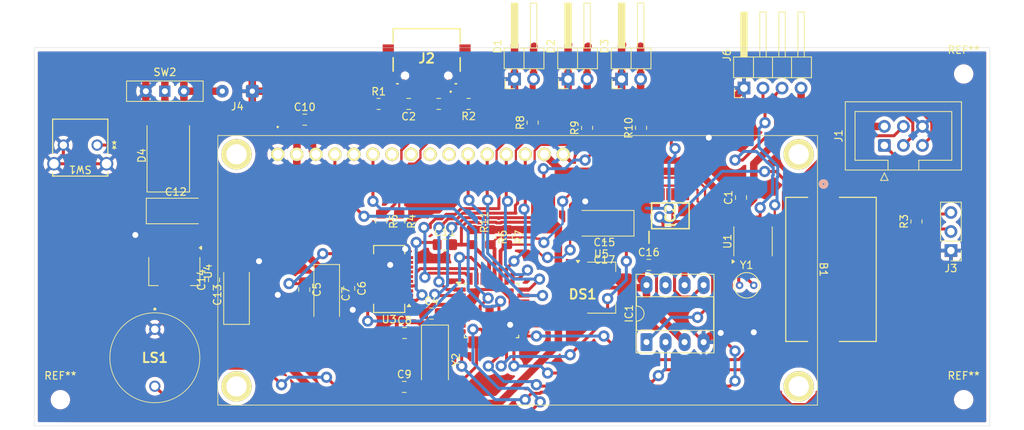
<source format=kicad_pcb>
(kicad_pcb (version 20241229) (generator "pcbnew") (generator_version "9.0")
  (layers (0 "F.Cu" signal) (2 "B.Cu" signal) (13 "F.Paste" user) (15 "B.Paste" user) (5 "F.SilkS" user "F.Silkscreen") (7 "B.SilkS" user "B.Silkscreen") (1 "F.Mask" user) (3 "B.Mask" user) (25 "Edge.Cuts" user))
  (net 0 "")
  (net 1 "GND")
  (net 2 "VCC")
  (net 3 "DTR")
  (net 4 "RESET")
  (net 5 "+3.3V")
  (net 6 "Net-(U3-3V3OUT)")
  (net 7 "Net-(D1-A)")
  (net 8 "PC0")
  (net 9 "PC2")
  (net 10 "PC1")
  (net 16 "PB1")
  (net 17 "PC3")
  (net 19 "PB0")
  (net 22 "SCK")
  (net 23 "MOSI")
  (net 24 "CS")
  (net 25 "MISO")
  (net 26 "SCL")
  (net 27 "SDA")
  (net 28 "Net-(LS1-+)")
  (net 29 "Net-(U3-USBDM)")
  (net 30 "Net-(U3-USBDP)")
  (net 31 "RXD")
  (net 32 "PD5")
  (net 33 "TXD")
  (net 43 "Net-(D2-A)")
  (net 44 "Net-(D3-A)")
  (net 45 "Net-(D4-A)")
  (net 46 "Net-(U1-VBAT)")
  (net 47 "Net-(J2-DP1)")
  (net 48 "Net-(J2-DN1)")
  (net 49 "Net-(U2-XTAL1{slash}PB6)")
  (net 50 "Net-(U2-XTAL2{slash}PB7)")
  (net 51 "Net-(D4-K)")
  (net 53 "Net-(IC1-~{CS})")
  (net 54 "Net-(IC1-SCK)")
  (net 55 "Net-(IC1-SI)")
  (net 66 "Net-(J2-CC1)")
  (net 67 "Net-(J2-VBUS_1)")
  (net 68 "Net-(J2-CC2)")
  (net 69 "Net-(J3-Pin_3)")
  (net 70 "Net-(J4-Pin_2)")
  (net 71 "Net-(U2-PD2)")
  (net 72 "Net-(U2-PD3)")
  (net 73 "Net-(U2-PD4)")
  (net 74 "Net-(U2-PD6)")
  (net 76 "Net-(U1-X2)")
  (net 77 "Net-(U1-X1)")
  (footprint "Resistor_SMD:R_0805_2012Metric_Pad1.20x1.40mm_HandSolder" (layer "F.Cu") (at 109.5165 53.6925 -90)
    (property "Reference" "R11")
    (property "Value" "10k")
  )
  (footprint "Package_SO:SSOP-20_3.9x8.7mm_P0.635mm" (layer "F.Cu") (at 98.465 59.2825 180)
    (property "Reference" "U3")
    (property "Value" "FT231XS" (hide yes))
  )
  (footprint "Library:SOP65P640X120-16N" (layer "F.Cu") (at 135.975 50.838 90)
    (property "Reference" "IC2")
    (property "Value" "CD4050BPWR" (hide yes))
  )
  (footprint "Capacitor_Tantalum_SMD:CP_EIA-6032-15_Kemet-U_HandSolder" (layer "F.Cu") (at 90.13 61.2875 -90)
    (property "Reference" "C7")
    (property "Value" "4.7uF")
  )
  (footprint "Capacitor_Tantalum_SMD:CP_EIA-6032-15_Kemet-U_HandSolder" (layer "F.Cu") (at 127.175 51.838 180)
    (property "Reference" "C15")
    (property "Value" "10uF")
  )
  (footprint "Capacitor_Tantalum_SMD:CP_EIA-6032-15_Kemet-U_HandSolder" (layer "F.Cu") (at 70 50.2)
    (property "Reference" "C12")
    (property "Value" "47uF")
  )
  (footprint "Connector_PinHeader_2.54mm:PinHeader_1x02_P2.54mm_Horizontal" (layer "F.Cu") (at 122.325 32.585 90)
    (property "Reference" "D2")
    (property "Value" "LED")
  )
  (footprint "Library:162CBCBC" (layer "F.Cu") (at 75.6 40.125)
    (property "Reference" "DS1")
    (property "Value" "162C_BC_BC" (hide yes))
  )
  (footprint "Connector_PinHeader_2.54mm:PinHeader_1x03_P2.54mm_Vertical" (layer "F.Cu") (at 173.4 55.48 180)
    (property "Reference" "J3")
    (property "Value" "Conn_01x03_Pin")
  )
  (footprint "Resistor_SMD:R_0805_2012Metric_Pad1.20x1.40mm_HandSolder" (layer "F.Cu") (at 109.0625 35.9 180)
    (property "Reference" "R2")
    (property "Value" "5.1k")
  )
  (footprint "Resistor_SMD:R_0805_2012Metric_Pad1.20x1.40mm_HandSolder" (layer "F.Cu") (at 168.8 51.6 90)
    (property "Reference" "R3")
    (property "Value" "240")
  )
  (footprint "Button_Switch_THT:SW_Slide-03_Wuerth-WS-SLTV_10x2.5x6.4_P2.54mm" (layer "F.Cu") (at 68.54 34.2)
    (property "Reference" "SW2")
    (property "Value" "SW_Wuerth_450301014042")
  )
  (footprint "Capacitor_SMD:C_0805_2012Metric_Pad1.18x1.45mm_HandSolder" (layer "F.Cu") (at 100.479 73.6925)
    (property "Reference" "C9")
    (property "Value" "18pF")
  )
  (footprint "Package_TO_SOT_SMD:SOT-223-3_TabPin2" (layer "F.Cu") (at 126.775 60.438)
    (property "Reference" "U5")
    (property "Value" "LM1117MP-3.3")
  )
  (footprint "Capacitor_SMD:C_0805_2012Metric_Pad1.18x1.45mm_HandSolder" (layer "F.Cu") (at 87.13 60.6875 -90)
    (property "Reference" "C5")
    (property "Value" "0.1uF")
  )
  (footprint "Resistor_SMD:R_0805_2012Metric_Pad1.20x1.40mm_HandSolder" (layer "F.Cu") (at 111.9665 53.6925 -90)
    (property "Reference" "R6")
    (property "Value" "4.7k")
  )
  (footprint "Library:GSB1C41110SSHR" (layer "F.Cu") (at 103.4625 29.815 180)
    (property "Reference" "J2")
    (property "Value" "GSB1C41110SSHR" (hide yes))
  )
  (footprint "Capacitor_SMD:C_0805_2012Metric_Pad1.18x1.45mm_HandSolder" (layer "F.Cu") (at 104.1 63.9)
    (property "Reference" "C4")
    (property "Value" "0.1uF")
  )
  (footprint "Capacitor_Tantalum_SMD:CP_EIA-6032-15_Kemet-U_HandSolder" (layer "F.Cu") (at 78.1 61.4 90)
    (property "Reference" "C13")
    (property "Value" "10uF")
  )
  (footprint "Resistor_SMD:R_0805_2012Metric_Pad1.20x1.40mm_HandSolder" (layer "F.Cu") (at 117.6 38.4 90)
    (property "Reference" "R8")
    (property "Value" "560")
  )
  (footprint "Crystal:Crystal_Round_D3.0mm_Vertical" (layer "F.Cu") (at 145.2 60.125)
    (property "Reference" "Y1")
    (property "Value" "32.768kHz")
  )
  (footprint "Library:SW2_1825027-H_TEC" (layer "F.Cu") (at 59.500001 41.4 180)
    (property "Reference" "SW1")
    (property "Value" "2-1825027-4")
  )
  (footprint "Library:PK11N40PQ" (layer "F.Cu") (at 67.2 66 180)
    (property "Reference" "LS1")
    (property "Value" "PK-11N40PQ" (hide yes))
  )
  (footprint "MountingHole:MountingHole_2.1mm" (layer "F.Cu") (at 175.1 75.4)
    (property "Reference" "REF**")
    (property "Value" "MountingHole_2.1mm")
  )
  (footprint "MountingHole:MountingHole_2.1mm" (layer "F.Cu") (at 175.1 31.9)
    (property "Reference" "REF**")
    (property "Value" "MountingHole_2.1mm")
  )
  (footprint "Resistor_SMD:R_0805_2012Metric_Pad1.20x1.40mm_HandSolder" (layer "F.Cu") (at 114.1665 53.6925 -90)
    (property "Reference" "R7")
    (property "Value" "4.7k")
  )
  (footprint "Resistor_SMD:R_0805_2012Metric_Pad1.20x1.40mm_HandSolder" (layer "F.Cu") (at 132.065 39.095 90)
    (property "Reference" "R10")
    (property "Value" "560")
  )
  (footprint "Capacitor_SMD:C_0805_2012Metric_Pad1.18x1.45mm_HandSolder" (layer "F.Cu") (at 101.0625 35.9 180)
    (property "Reference" "C2")
    (property "Value" "47pF" (hide yes))
  )
  (footprint "Library:S8201-46R_HRW" (layer "F.Cu") (at 157.4 58 -90)
    (property "Reference" "B1")
    (property "Value" "S8201-46R")
  )
  (footprint "Capacitor_SMD:C_0805_2012Metric_Pad1.18x1.45mm_HandSolder" (layer "F.Cu") (at 75.1 59.4 90)
    (property "Reference" "C14")
    (property "Value" "0.1uF")
  )
  (footprint "Connector_PinHeader_2.54mm:PinHeader_1x04_P2.54mm_Horizontal" (layer "F.Cu") (at 145.79 33.785 90)
    (property "Reference" "J6")
    (property "Value" "Conn_01x04")
  )
  (footprint "Capacitor_SMD:C_0805_2012Metric_Pad1.18x1.45mm_HandSolder" (layer "F.Cu") (at 105.0625 35.9)
    (property "Reference" "C3" (hide yes))
    (property "Value" "47pF")
  )
  (footprint "Resistor_SMD:R_0805_2012Metric_Pad1.20x1.40mm_HandSolder" (layer "F.Cu") (at 97.4 51.6 -90)
    (property "Reference" "R5")
    (property "Value" "27R")
  )
  (footprint "Connector_PinHeader_2.54mm:PinHeader_1x02_P2.54mm_Horizontal" (layer "F.Cu") (at 115.185 32.585 90)
    (property "Reference" "D1")
    (property "Value" "LED")
  )
  (footprint "Connector_Wire:SolderWire-0.15sqmm_1x02_P4mm_D0.5mm_OD1.5mm" (layer "F.Cu") (at 80.2 34.2 180)
    (property "Reference" "J4")
    (property "Value" "Battery Connector")
  )
  (footprint "Capacitor_SMD:C_0805_2012Metric_Pad1.18x1.45mm_HandSolder" (layer "F.Cu") (at 105.8925 54.6925)
    (property "Reference" "C11")
    (property "Value" "0.1uF")
  )
  (footprint "Package_SO:SOIC-8_3.9x4.9mm_P1.27mm" (layer "F.Cu") (at 147 54.25 90)
    (property "Reference" "U1")
    (property "Value" "DS1307+")
  )
  (footprint "Connector_IDC:IDC-Header_2x03_P2.54mm_Vertical" (layer "F.Cu") (at 164.52 41.44 90)
    (property "Reference" "J1")
    (property "Value" "AVR-ISP-6")
  )
  (footprint "MountingHole:MountingHole_2.1mm" (layer "F.Cu") (at 54.6 75.4)
    (property "Reference" "REF**")
    (property "Value" "MountingHole_2.1mm")
  )
  (footprint "Crystal:Crystal_SMD_Abracon_ABM3-2Pin_5.0x3.2mm_HandSoldering" (layer "F.Cu") (at 104.5665 70.055 -90)
    (property "Reference" "Y2")
    (property "Value" "16MHz")
  )
  (footprint "Connector_PinHeader_2.54mm:PinHeader_1x02_P2.54mm_Horizontal" (layer "F.Cu") (at 129.465 32.585 90)
    (property "Reference" "D3")
    (property "Value" "LED")
  )
  (footprint "Capacitor_SMD:C_0805_2012Metric_Pad1.18x1.45mm_HandSolder" (layer "F.Cu") (at 145.4 48.4 90)
    (property "Reference" "C1")
    (property "Value" "0.1uF")
  )
  (footprint "Capacitor_SMD:C_0805_2012Metric_Pad1.18x1.45mm_HandSolder" (layer "F.Cu") (at 87.2 38)
    (property "Reference" "C10")
    (property "Value" "0.1uF")
  )
  (footprint "Capacitor_SMD:C_0805_2012Metric_Pad1.18x1.45mm_HandSolder" (layer "F.Cu") (at 100.5165 66.4925)
    (property "Reference" "C8")
    (property "Value" "18pF")
  )
  (footprint "Resistor_SMD:R_0805_2012Metric_Pad1.20x1.40mm_HandSolder" (layer "F.Cu") (at 124.865 39.095 90)
    (property "Reference" "R9")
    (property "Value" "560")
  )
  (footprint "Resistor_SMD:R_0805_2012Metric_Pad1.20x1.40mm_HandSolder" (layer "F.Cu") (at 99.8 51.6 -90)
    (property "Reference" "R4")
    (property "Value" "27R")
  )
  (footprint "Package_TO_SOT_SMD:SOT-223-3_TabPin2" (layer "F.Cu") (at 69.8 58.25 -90)
    (property "Reference" "U4")
    (property "Value" "LM1117MP-5.0")
  )
  (footprint "Package_QFP:TQFP-32_7x7mm_P0.8mm" (layer "F.Cu") (at 112.1165 63.4925)
    (property "Reference" "U2" (hide yes))
    (property "Value" "ATmega328P-A")
  )
  (footprint "Capacitor_SMD:C_0805_2012Metric_Pad1.18x1.45mm_HandSolder" (layer "F.Cu") (at 133.1 57.4)
    (property "Reference" "C16")
    (property "Value" "0.1uF")
  )
  (footprint "Diode_SMD:D_3220_8050Metric_Pad2.65x5.15mm_HandSolder" (layer "F.Cu") (at 69 42.8 90)
    (property "Reference" "D4")
    (property "Value" "1A/40V/500mV")
  )
  (footprint "Package_DIP:DIP-8_W7.62mm_Socket_LongPads" (layer "F.Cu") (at 132.79 67.71 90)
    (property "Reference" "IC1")
    (property "Value" "CY15B102QN-50SXI")
  )
  (footprint "Capacitor_SMD:C_0805_2012Metric_Pad1.18x1.45mm_HandSolder" (layer "F.Cu") (at 93.13 60.5325 -90)
    (property "Reference" "C6")
    (property "Value" "0.1uF")
  )
  (footprint "Resistor_SMD:R_0805_2012Metric_Pad1.20x1.40mm_HandSolder" (layer "F.Cu") (at 97.0625 35.9)
    (property "Reference" "R1")
    (property "Value" "5.1k")
  )
  (footprint "Capacitor_SMD:C_0805_2012Metric_Pad1.18x1.45mm_HandSolder" (layer "F.Cu") (at 127.175 55.038 180)
    (property "Reference" "C17")
    (property "Value" "1uF")
  )
  (gr_rect (start 51.1 28.4) (end 178.6 78.9) (stroke (width 0.05)) (fill no) (layer "Edge.Cuts"))
  (segment (start 141.1 43.0625) (end 145.4 47.3625) (width 1) (layer "F.Cu") (net 1))
  (segment (start 115.185 32.585) (end 115.185 35.385) (width 1) (layer "F.Cu") (net 1))
  (segment (start 126.1375 55.038) (end 126.1375 55.6255) (width 1) (layer "F.Cu") (net 1))
  (segment (start 94.86 59.6) (end 95.865 59.6) (width 0.4) (layer "F.Cu") (net 1))
  (segment (start 109.0435 62.1685) (end 109.0675 62.1685) (width 0.4) (layer "F.Cu") (net 1))
  (segment (start 116.3665 63.0925) (end 115.2925 63.0925) (width 0.5) (layer "F.Cu") (net 1))
  (segment (start 64.6 47.735298) (end 64.6 53.4) (width 0.4) (layer "F.Cu") (net 1))
  (segment (start 72.5575 50.2) (end 74 50.2) (width 1) (layer "F.Cu") (net 1))
  (segment (start 114.6 63.145894) (end 114.6 65.4) (width 0.4) (layer "F.Cu") (net 1))
  (segment (start 141.22 66.9) (end 140.41 67.71) (width 1) (layer "F.Cu") (net 1))
  (segment (start 126.1375 55.6255) (end 123.625 58.138) (width 1) (layer "F.Cu") (net 1))
  (segment (start 60.755001 43.890299) (end 64.6 47.735298) (width 0.4) (layer "F.Cu") (net 1))
  (segment (start 100.064 55.810998) (end 100.6 55.274998) (width 0.4) (layer "F.Cu") (net 1))
  (segment (start 114.854106 63.145894) (end 115.1 62.9) (width 0.4) (layer "F.Cu") (net 1))
  (segment (start 122.325 28.075) (end 122.4 28) (width 1) (layer "F.Cu") (net 1))
  (segment (start 93.13 61.57) (end 93.13 61.305792) (width 0.5) (layer "F.Cu") (net 1))
  (segment (start 100.064 57.4) (end 100.064 55.810998) (width 0.4) (layer "F.Cu") (net 1))
  (segment (start 134.1375 57.4) (end 134.129 57.4085) (width 0.4) (layer "F.Cu") (net 1))
  (segment (start 101.065 58.965) (end 100.098 58.965) (width 0.4) (layer "F.Cu") (net 1))
  (segment (start 93.13 61.33) (end 94.829 59.631) (width 0.5) (layer "F.Cu") (net 1))
  (segment (start 126.1375 55.038) (end 126.1375 53.358) (width 1) (layer "F.Cu") (net 1))
  (segment (start 141.1 38.475) (end 145.79 33.785) (width 1) (layer "F.Cu") (net 1))
  (segment (start 142.688 66.488) (end 142.276 66.9) (width 1) (layer "F.Cu") (net 1))
  (segment (start 55 41.4) (end 55 42.635299) (width 0.4) (layer "F.Cu") (net 1))
  (segment (start 77.72 58.5625) (end 78 58.8425) (width 1) (layer "F.Cu") (net 1))
  (segment (start 139.975 55.162) (end 138.526 53.713) (width 1) (layer "F.Cu") (net 1))
  (segment (start 87.13 61.725) (end 83.925 61.725) (width 1) (layer "F.Cu") (net 1))
  (segment (start 106.559 63.9) (end 105.1375 63.9) (width 0.5) (layer "F.Cu") (net 1))
  (segment (start 106.5665 63.8925) (end 106.559 63.9) (width 0.5) (layer "F.Cu") (net 1))
  (segment (start 75.1 58.3625) (end 75.1 58.1) (width 1) (layer "F.Cu") (net 1))
  (segment (start 129.465 28.135) (end 129.6 28) (width 1) (layer "F.Cu") (net 1))
  (segment (start 64.6 63.4) (end 64.6 53.4) (width 0.4) (layer "F.Cu") (net 1))
  (segment (start 129.465 32.585) (end 129.465 28.135) (width 1) (layer "F.Cu") (net 1))
  (segment (start 115.185 32.585) (end 115.185 28.015) (width 1) (layer "F.Cu") (net 1))
  (segment (start 109.0675 62.1685) (end 109.0675 61.6005) (width 0.4) (layer "F.Cu") (net 1))
  (segment (start 100.064 58.931) (end 100.064 57.4) (width 0.4) (layer "F.Cu") (net 1))
  (segment (start 88.01 61.725) (end 90.13 63.845) (width 0.5) (layer "F.Cu") (net 1))
  (segment (start 116.3665 63.0925) (end 117.5665 63.0925) (width 0.5) (layer "F.Cu") (net 1))
  (segment (start 141.1 40.4) (end 141.1 38.475) (width 1) (layer "F.Cu") (net 1))
  (segment (start 93.13 61.57) (end 92.405 61.57) (width 0.5) (layer "F.Cu") (net 1))
  (segment (start 122.325 32.585) (end 122.325 28.075) (width 1) (layer "F.Cu") (net 1))
  (segment (start 75.1 58.1) (end 72.1 55.1) (width 1) (layer "F.Cu") (net 1))
  (segment (start 72.5575 54.6425) (end 72.1 55.1) (width 1) (layer "F.Cu") (net 1))
  (segment (start 109.982173 60.685827) (end 113.385827 60.685827) (width 0.4) (layer "F.Cu") (net 1))
  (segment (start 100.098 58.965) (end 100.064 58.931) (width 0.4) (layer "F.Cu") (net 1))
  (segment (start 100.064 57.4) (end 98.6 57.4) (width 0.4) (layer "F.Cu") (net 1))
  (segment (start 93.13 61.57) (end 93.13 61.33) (width 0.5) (layer "F.Cu") (net 1))
  (segment (start 106.6625 33.205) (end 108.0075 33.205) (width 0.5) (layer "F.Cu") (net 1))
  (segment (start 114.6 63.145894) (end 114.854106 63.145894) (width 0.4) (layer "F.Cu") (net 1))
  (segment (start 90.13 63.845) (end 90.855 63.845) (width 0.5) (layer "F.Cu") (net 1))
  (segment (start 142.6 57.9) (end 139.975 55.275) (width 1) (layer "F.Cu") (net 1))
  (segment (start 109.0675 61.6005) (end 109.982173 60.685827) (width 0.4) (layer "F.Cu") (net 1))
  (segment (start 83.925 61.725) (end 83.6 61.4) (width 1) (layer "F.Cu") (net 1))
  (segment (start 105.1375 63.9) (end 103.9615 65.076) (width 0.5) (layer "F.Cu") (net 1))
  (segment (start 93.13 62.93) (end 93.6 63.4) (width 0.5) (layer "F.Cu") (net 1))
  (segment (start 109.0435 62.2925) (end 109.0435 62.1685) (width 0.4) (layer "F.Cu") (net 1))
  (segment (start 124.6175 48.9175) (end 124.6175 51.838) (width 1) (layer "F.Cu") (net 1))
  (segment (start 129.465 32.585) (end 129.465 35.335) (width 1) (layer "F.Cu") (net 1))
  (segment (start 107.8665 62.2925) (end 109.0435 62.2925) (width 0.5) (layer "F.Cu") (net 1))
  (segment (start 109.0435 62.2925) (end 109.1175 62.3665) (width 0.5) (layer "F.Cu") (net 1))
  (segment (start 80.2 34.2) (end 80.2 32.6) (width 1) (layer "F.Cu") (net 1))
  (segment (start 108.0075 33.205) (end 108.5825 32.63) (width 0.5) (layer "F.Cu") (net 1))
  (segment (start 88.2375 38) (end 88.2375 42.1825) (width 1) (layer "F.Cu") (net 1))
  (segment (start 88.2375 42.1825) (end 88.68 42.625) (width 1) (layer "F.Cu") (net 1))
  (segment (start 103.9615 65.076) (end 100.776 65.076) (width 0.5) (layer "F.Cu") (net 1))
  (segment (start 107.8665 63.8925) (end 106.5665 63.8925) (width 0.5) (layer "F.Cu") (net 1))
  (segment (start 114.6 61.9) (end 114.6 63.145894) (width 0.4) (layer "F.Cu") (net 1))
  (segment (start 87.13 61.725) (end 88.01 61.725) (width 0.5) (layer "F.Cu") (net 1))
  (segment (start 80.2 34.2) (end 82 34.2) (width 1) (layer "F.Cu") (net 1))
  (segment (start 92.405 61.57) (end 90.13 63.845) (width 0.5) (layer "F.Cu") (net 1))
  (segment (start 141.1 40.4) (end 141.1 43.0625) (width 1) (layer "F.Cu") (net 1))
  (segment (start 72.5575 50.2) (end 72.5575 54.6425) (width 1) (layer "F.Cu") (net 1))
  (segment (start 115.2925 63.0925) (end 115.1 62.9) (width 0.5) (layer "F.Cu") (net 1))
  (segment (start 122.325 35.325) (end 122.4 35.4) (width 1) (layer "F.Cu") (net 1))
  (segment (start 75 58.5625) (end 77.72 58.5625) (width 1) (layer "F.Cu") (net 1))
  (segment (start 142.688 66.488) (end 142.6 66.4) (width 1) (layer "F.Cu") (net 1))
  (segment (start 55 42.635299) (end 53.745 43.890299) (width 0.4) (layer "F.Cu") (net 1))
  (segment (start 142.276 66.9) (end 141.22 66.9) (width 1) (layer "F.Cu") (net 1))
  (segment (start 66 34.2) (end 66 31.6) (width 1) (layer "F.Cu") (net 1))
  (segment (start 109.1175 62.3665) (end 109.1175 62.3915) (width 0.5) (layer "F.Cu") (net 1))
  (segment (start 134.129 57.4085) (end 134.129 61.429) (width 0.4) (layer "F.Cu") (net 1))
  (segment (start 139.975 55.275) (end 139.975 55.162) (width 1) (layer "F.Cu") (net 1))
  (segment (start 93.13 61.57) (end 93.13 62.93) (width 0.5) (layer "F.Cu") (net 1))
  (segment (start 107.8665 62.2925) (end 106.5665 62.2925) (width 0.5) (layer "F.Cu") (net 1))
  (segment (start 115.185 35.385) (end 115.2 35.4) (width 1) (layer "F.Cu") (net 1))
  (segment (start 98.9175 33.205) (end 98.3425 32.63) (width 0.5) (layer "F.Cu") (net 1))
  (segment (start 53.745 43.890299) (end 60.755001 43.890299) (width 0.4) (layer "F.Cu") (net 1))
  (segment (start 100.2625 33.205) (end 98.9175 33.205) (width 0.5) (layer "F.Cu") (net 1))
  (segment (start 80.0425 56.9) (end 78.1 58.8425) (width 1) (layer "F.Cu") (net 1))
  (segment (start 126.1375 53.358) (end 124.6175 51.838) (width 1) (layer "F.Cu") (net 1))
  (segment (start 115.185 28.015) (end 115.2 28) (width 1) (layer "F.Cu") (net 1))
  (segment (start 67.2 66) (end 64.6 63.4) (width 0.4) (layer "F.Cu") (net 1))
  (segment (start 100.776 65.076) (end 100.6 64.9) (width 0.5) (layer "F.Cu") (net 1))
  (segment (start 134.129 61.429) (end 140.41 67.71) (width 0.4) (layer "F.Cu") (net 1))
  (segment (start 129.465 35.335) (end 129.4 35.4) (width 1) (layer "F.Cu") (net 1))
  (segment (start 66 34.2) (end 66 37) (width 1) (layer "F.Cu") (net 1))
  (segment (start 122.325 32.585) (end 122.325 35.325) (width 1) (layer "F.Cu") (net 1))
  (segment (start 80.2 34.2) (end 80.2 36) (width 1) (layer "F.Cu") (net 1))
  (segment (start 81.1 56.9) (end 80.0425 56.9) (width 1) (layer "F.Cu") (net 1))
  (segment (start 142.6 66.4) (end 142.6 57.9) (width 1) (layer "F.Cu") (net 1))
  (segment (start 113.385827 60.685827) (end 114.6 61.9) (width 0.4) (layer "F.Cu") (net 1))
  (via (at 124.6175 48.9175) (size 1.5) (drill 0.8) (layers "F.Cu" "B.Cu") (net 1))
  (via (at 83.6 61.4) (size 1.5) (drill 0.8) (layers "F.Cu" "B.Cu") (net 1))
  (via (at 98.6 57.4) (size 1.5) (drill 0.8) (layers "F.Cu" "B.Cu") (net 1))
  (via (at 114.6 65.4) (size 1.5) (drill 0.8) (layers "F.Cu" "B.Cu") (net 1))
  (via (at 81.1 56.9) (size 1.5) (drill 0.8) (layers "F.Cu" "B.Cu") (net 1))
  (via (at 142.688 66.488) (size 1.5) (drill 0.8) (layers "F.Cu" "B.Cu") (net 1))
  (via (at 100.6 55.274998) (size 1.5) (drill 0.8) (layers "F.Cu" "B.Cu") (net 1))
  (via (at 147.1 66.4) (size 1.5) (drill 0.8) (layers "F.Cu" "B.Cu") (net 1))
  (via (at 64.6 53.4) (size 1.5) (drill 0.8) (layers "F.Cu" "B.Cu") (net 1))
  (via (at 141.1 40.4) (size 1.5) (drill 0.8) (layers "F.Cu" "B.Cu") (net 1))
  (via (at 93.6 63.4) (size 1.5) (drill 0.8) (layers "F.Cu" "B.Cu") (net 1))
  (segment (start 111.72776 65.4) (end 110.72776 64.4) (width 0.4) (layer "B.Cu") (net 1))
  (segment (start 98.6 57.4) (end 93.6 62.4) (width 0.4) (layer "B.Cu") (net 1))
  (segment (start 126.051 42.798976) (end 128.449976 40.4) (width 1) (layer "B.Cu") (net 1))
  (segment (start 81.1 58.9) (end 81.1 56.9) (width 1) (layer "B.Cu") (net 1))
  (segment (start 103.949942 64.4) (end 102.298942 66.051) (width 0.4) (layer "B.Cu") (net 1))
  (segment (start 81.1 56.9) (end 68.1 56.9) (width 1) (layer "B.Cu") (net 1))
  (segment (start 110.72776 64.4) (end 103.949942 64.4) (width 0.4) (layer "B.Cu") (net 1))
  (segment (start 93.6 62.4) (end 93.6 63.4) (width 0.4) (layer "B.Cu") (net 1))
  (segment (start 124.6175 45.699104) (end 126.051 44.265604) (width 1) (layer "B.Cu") (net 1))
  (segment (start 124.6175 48.9175) (end 124.6175 45.699104) (width 1) (layer "B.Cu") (net 1))
  (segment (start 126.051 42.798976) (end 124.977024 41.725) (width 1) (layer "B.Cu") (net 1))
  (segment (start 124.977024 41.725) (end 122.6 41.725) (width 1) (layer "B.Cu") (net 1))
  (segment (start 102.298942 66.051) (end 95.12324 66.051) (width 0.4) (layer "B.Cu") (net 1))
  (segment (start 68.1 56.9) (end 64.6 53.4) (width 1) (layer "B.Cu") (net 1))
  (segment (start 142.688 66.488) (end 147.012 66.488) (width 1) (layer "B.Cu") (net 1))
  (segment (start 114.6 65.4) (end 111.72776 65.4) (width 0.4) (layer "B.Cu") (net 1))
  (segment (start 95.12324 66.051) (end 93.6 64.52776) (width 0.4) (layer "B.Cu") (net 1))
  (segment (start 93.6 64.52776) (end 93.6 63.4) (width 0.4) (layer "B.Cu") (net 1))
  (segment (start 83.6 61.4) (end 81.1 58.9) (width 1) (layer "B.Cu") (net 1))
  (segment (start 147.012 66.488) (end 147.1 66.4) (width 1) (layer "B.Cu") (net 1))
  (segment (start 128.449976 40.4) (end 141.1 40.4) (width 1) (layer "B.Cu") (net 1))
  (segment (start 122.6 41.725) (end 121.7 42.625) (width 1) (layer "B.Cu") (net 1))
  (segment (start 126.051 44.265604) (end 126.051 42.798976) (width 1) (layer "B.Cu") (net 1))
  (segment (start 120.1 47.952024) (end 120.551 47.501024) (width 1) (layer "F.Cu") (net 2))
  (segment (start 87.3175 55.9175) (end 90.13 58.73) (width 1) (layer "F.Cu") (net 2))
  (segment (start 113.1 75.9) (end 121.0315 67.9685) (width 1) (layer "F.Cu") (net 2))
  (segment (start 121.0315 52.4) (end 120.1 51.4685) (width 1) (layer "F.Cu") (net 2))
  (segment (start 101.337 63.9375) (end 97.0925 59.693) (width 0.5) (layer "F.Cu") (net 2))
  (segment (start 153.75 36.4) (end 153.75 36.1) (width 1) (layer "F.Cu") (net 2))
  (segment (start 109.1175 63.1665) (end 109.1175 64.6185) (width 0.5) (layer "F.Cu") (net 2))
  (segment (start 93.13 59.495) (end 90.895 59.495) (width 0.5) (layer "F.Cu") (net 2))
  (segment (start 122.0315 44.9) (end 121.0315 45.9) (width 1) (layer "F.Cu") (net 2))
  (segment (start 120.8705 65.4925) (end 121.0315 65.3315) (width 0.5) (layer "F.Cu") (net 2))
  (segment (start 75 60.6375) (end 70.5625 60.6375) (width 1) (layer "F.Cu") (net 2))
  (segment (start 104.2385 62.724) (end 105.924 62.724) (width 0.5) (layer "F.Cu") (net 2))
  (segment (start 107.8665 63.0925) (end 109.0435 63.0925) (width 0.5) (layer "F.Cu") (net 2))
  (segment (start 101.3745 63.9) (end 103.0625 63.9) (width 0.5) (layer "F.Cu") (net 2))
  (segment (start 101.337 63.9375) (end 101.3745 63.9) (width 0.5) (layer "F.Cu") (net 2))
  (segment (start 147.1 43.9) (end 150.222 40.778) (width 1) (layer "F.Cu") (net 2))
  (segment (start 145.4 49.4375) (end 144.1375 49.4375) (width 1) (layer "F.Cu") (net 2))
  (segment (start 120.551 46.3805) (end 121.0315 45.9) (width 1) (layer "F.Cu") (net 2))
  (segment (start 121.0315 45.9) (end 121.0315 44.4965) (width 1) (layer "F.Cu") (net 2))
  (segment (start 97.0925 59.1925) (end 96.865 58.965) (width 0.5) (layer "F.Cu") (net 2))
  (segment (start 70.5625 60.6375) (end 69.8 61.4) (width 1) (layer "F.Cu") (net 2))
  (segment (start 147.1 48.555083) (end 147.1 43.9) (width 1) (layer "F.Cu") (net 2))
  (segment (start 139.6 44.9) (end 122.0315 44.9) (width 1) (layer "F.Cu") (net 2))
  (segment (start 109.1175 64.6185) (end 109.0435 64.6925) (width 0.5) (layer "F.Cu") (net 2))
  (segment (start 93.695 58.93) (end 94.93 58.93) (width 0.5) (layer "F.Cu") (net 2))
  (segment (start 78 63.9575) (end 78 63.6375) (width 1) (layer "F.Cu") (net 2))
  (segment (start 86.14 55.9175) (end 87.3175 55.9175) (width 1) (layer "F.Cu") (net 2))
  (segment (start 90.895 59.495) (end 90.13 58.73) (width 0.5) (layer "F.Cu") (net 2))
  (segment (start 156.1 38.9) (end 164.52 38.9) (width 1) (layer "F.Cu") (net 2))
  (segment (start 121.0315 65.3315) (end 121.0315 52.4) (width 1) (layer "F.Cu") (net 2))
  (segment (start 120.551 47.501024) (end 120.551 46.3805) (width 1) (layer "F.Cu") (net 2))
  (segment (start 145.4 49.4375) (end 146.217583 49.4375) (width 1) (layer "F.Cu") (net 2))
  (segment (start 150.374 40.778) (end 153.75 37.402) (width 1) (layer "F.Cu") (net 2))
  (segment (start 116.3665 65.4925) (end 120.8705 65.4925) (width 0.5) (layer "F.Cu") (net 2))
  (segment (start 105.924 62.724) (end 106.2925 63.0925) (width 0.5) (layer "F.Cu") (net 2))
  (segment (start 121.0315 65.3315) (end 123.625 62.738) (width 1) (layer "F.Cu") (net 2))
  (segment (start 120.1 51.4685) (end 120.1 47.952024) (width 1) (layer "F.Cu") (net 2))
  (segment (start 86.1625 38) (end 86.1625 42.6025) (width 1) (layer "F.Cu") (net 2))
  (segment (start 121.0315 67.9685) (end 121.0315 65.3315) (width 1) (layer "F.Cu") (net 2))
  (segment (start 106.2925 63.0925) (end 107.8665 63.0925) (width 0.5) (layer "F.Cu") (net 2))
  (segment (start 94.93 58.93) (end 94.965 58.965) (width 0.4) (layer "F.Cu") (net 2))
  (segment (start 153.75 36.55) (end 156.1 38.9) (width 1) (layer "F.Cu") (net 2))
  (segment (start 150.222 40.778) (end 150.374 40.778) (width 1) (layer "F.Cu") (net 2))
  (segment (start 120.739 52.6925) (end 114.1665 52.6925) (width 1) (layer "F.Cu") (net 2))
  (segment (start 114.1665 52.6925) (end 111.9665 52.6925) (width 1) (layer "F.Cu") (net 2))
  (segment (start 78.1 63.9575) (end 86.14 55.9175) (width 1) (layer "F.Cu") (net 2))
  (segment (start 103.0625 63.9) (end 104.2385 62.724) (width 0.5) (layer "F.Cu") (net 2))
  (segment (start 109.0435 63.0925) (end 109.1175 63.1665) (width 0.5) (layer "F.Cu") (net 2))
  (segment (start 121.0315 52.4) (end 120.739 52.6925) (width 1) (layer "F.Cu") (net 2))
  (segment (start 145.4 49.4375) (end 145.095 49.7425) (width 1) (layer "F.Cu") (net 2))
  (segment (start 90.0425 75.9) (end 113.1 75.9) (width 1) (layer "F.Cu") (net 2))
  (segment (start 86.14 55.9175) (end 86.14 42.625) (width 1) (layer "F.Cu") (net 2))
  (segment (start 121.0315 44.4965) (end 119.16 42.625) (width 1) (layer "F.Cu") (net 2))
  (segment (start 145.095 49.7425) (end 145.095 51.775) (width 1) (layer "F.Cu") (net 2))
  (segment (start 97.0925 59.693) (end 97.0925 59.1925) (width 0.5) (layer "F.Cu") (net 2))
  (segment (start 93.13 59.495) (end 93.695 58.93) (width 0.5) (layer "F.Cu") (net 2))
  (segment (start 86.1625 42.6025) (end 86.14 42.625) (width 1) (layer "F.Cu") (net 2))
  (segment (start 69.8 55.1) (end 69.8 61.4) (width 1) (layer "F.Cu") (net 2))
  (segment (start 109.0435 64.6925) (end 107.8665 64.6925) (width 0.5) (layer "F.Cu") (net 2))
  (segment (start 94.965 58.965) (end 95.865 58.965) (width 0.4) (layer "F.Cu") (net 2))
  (segment (start 153.75 36.4) (end 153.75 36.55) (width 1) (layer "F.Cu") (net 2))
  (segment (start 78 63.6375) (end 75 60.6375) (width 1) (layer "F.Cu") (net 2))
  (segment (start 78.1 63.9575) (end 90.0425 75.9) (width 1) (layer "F.Cu") (net 2))
  (segment (start 144.1375 49.4375) (end 139.6 44.9) (width 1) (layer "F.Cu") (net 2))
  (segment (start 153.41 35.76) (end 153.41 33.785) (width 1) (layer "F.Cu") (net 2))
  (segment (start 153.75 37.402) (end 153.75 36.4) (width 1) (layer "F.Cu") (net 2))
  (segment (start 96.865 58.965) (end 95.865 58.965) (width 0.5) (layer "F.Cu") (net 2))
  (segment (start 146.217583 49.4375) (end 147.1 48.555083) (width 1) (layer "F.Cu") (net 2))
  (segment (start 153.75 36.1) (end 153.41 35.76) (width 1) (layer "F.Cu") (net 2))
  (segment (start 111.9665 52.6925) (end 109.5165 52.6925) (width 1) (layer "F.Cu") (net 2))
  (segment (start 102.107962 62.14) (end 102.836683 61.411279) (width 0.4) (layer "F.Cu") (net 3))
  (segment (start 104.5625 54.4) (end 104.855 54.6925) (width 0.4) (layer "F.Cu") (net 3))
  (segment (start 102.071173 54.4) (end 104.5625 54.4) (width 0.4) (layer "F.Cu") (net 3))
  (segment (start 101.065 62.14) (end 102.107962 62.14) (width 0.4) (layer "F.Cu") (net 3))
  (via (at 102.836683 61.411279) (size 1.5) (drill 0.8) (layers "F.Cu" "B.Cu") (net 3))
  (via (at 102.071173 54.4) (size 1.5) (drill 0.8) (layers "F.Cu" "B.Cu") (net 3))
  (segment (start 102.836683 61.411279) (end 102.070173 60.644769) (width 0.4) (layer "B.Cu") (net 3))
  (segment (start 102.070173 54.929827) (end 102.1 54.9) (width 0.4) (layer "B.Cu") (net 3))
  (segment (start 102.070173 60.644769) (end 102.070173 54.929827) (width 0.4) (layer "B.Cu") (net 3))
  (segment (start 102.071173 54.871173) (end 102.071173 54.4) (width 0.4) (layer "B.Cu") (net 3))
  (segment (start 102.1 54.9) (end 102.071173 54.871173) (width 0.4) (layer "B.Cu") (net 3))
  (segment (start 111.13992 51.7915) (end 110.34308 51.7915) (width 0.4) (layer "F.Cu") (net 4))
  (segment (start 110.24308 51.6915) (end 108.78992 51.6915) (width 0.4) (layer "F.Cu") (net 4))
  (segment (start 119.027918 44.543529) (end 119.1 44.615611) (width 0.4) (layer "F.Cu") (net 4))
  (segment (start 108.1 52.38142) (end 108.1 54.6925) (width 0.4) (layer "F.Cu") (net 4))
  (segment (start 124.6 43.4) (end 124.1 43.4) (width 0.4) (layer "F.Cu") (net 4))
  (segment (start 170.851 38.381818) (end 162.768182 30.299) (width 0.4) (layer "F.Cu") (net 4))
  (segment (start 112.79308 51.7915) (end 112.69308 51.6915) (width 0.4) (layer "F.Cu") (net 4))
  (segment (start 125.6 42.4) (end 124.6 43.4) (width 0.4) (layer "F.Cu") (net 4))
  (segment (start 111.7905 56.9665) (end 109.5165 54.6925) (width 0.5) (layer "F.Cu") (net 4))
  (segment (start 117.8085 51.6915) (end 113.43992 51.6915) (width 0.4) (layer "F.Cu") (net 4))
  (segment (start 113.33992 51.7915) (end 112.79308 51.7915) (width 0.4) (layer "F.Cu") (net 4))
  (segment (start 108.78992 51.6915) (end 108.1 52.38142) (width 0.4) (layer "F.Cu") (net 4))
  (segment (start 135.499 38.9705) (end 132.0695 42.4) (width 0.4) (layer "F.Cu") (net 4))
  (segment (start 119.1 50.4) (end 117.8085 51.6915) (width 0.4) (layer "F.Cu") (net 4))
  (segment (start 135.499 35.151058) (end 135.499 38.9705) (width 0.4) (layer "F.Cu") (net 4))
  (segment (start 113.43992 51.6915) (end 113.33992 51.7915) (width 0.4) (layer "F.Cu") (net 4))
  (segment (start 110.34308 51.7915) (end 110.24308 51.6915) (width 0.4) (layer "F.Cu") (net 4))
  (segment (start 162.768182 30.299) (end 140.351058 30.299) (width 0.4) (layer "F.Cu") (net 4))
  (segment (start 112.69308 51.6915) (end 111.23992 51.6915) (width 0.4) (layer "F.Cu") (net 4))
  (segment (start 111.23992 51.6915) (end 111.13992 51.7915) (width 0.4) (layer "F.Cu") (net 4))
  (segment (start 132.0695 42.4) (end 125.6 42.4) (width 0.4) (layer "F.Cu") (net 4))
  (segment (start 109.5165 54.6925) (end 108.1 54.6925) (width 0.5) (layer "F.Cu") (net 4))
  (segment (start 170.851 40.189) (end 170.851 38.381818) (width 0.4) (layer "F.Cu") (net 4))
  (segment (start 108.1 54.6925) (end 106.93 54.6925) (width 0.5) (layer "F.Cu") (net 4))
  (segment (start 169.6 41.44) (end 170.851 40.189) (width 0.4) (layer "F.Cu") (net 4))
  (segment (start 111.7905 59.1685) (end 111.7905 56.9665) (width 0.5) (layer "F.Cu") (net 4))
  (segment (start 119.1 44.615611) (end 119.1 50.4) (width 0.4) (layer "F.Cu") (net 4))
  (segment (start 111.7165 59.2425) (end 111.7905 59.1685) (width 0.5) (layer "F.Cu") (net 4))
  (segment (start 140.351058 30.299) (end 135.499 35.151058) (width 0.4) (layer "F.Cu") (net 4))
  (via (at 119.027918 44.543529) (size 1.5) (drill 0.8) (layers "F.Cu" "B.Cu") (net 4))
  (via (at 124.6 43.4) (size 1.5) (drill 0.8) (layers "F.Cu" "B.Cu") (net 4))
  (segment (start 119.027918 44.543529) (end 121.956471 44.543529) (width 0.4) (layer "B.Cu") (net 4))
  (segment (start 123.1 43.4) (end 124.6 43.4) (width 0.4) (layer "B.Cu") (net 4))
  (segment (start 121.956471 44.543529) (end 123.1 43.4) (width 0.4) (layer "B.Cu") (net 4))
  (segment (start 123.625 60.438) (end 129.925 60.438) (width 0.5) (layer "F.Cu") (net 5))
  (segment (start 128.2125 58.7255) (end 129.925 60.438) (width 1) (layer "F.Cu") (net 5))
  (segment (start 129.925 60.438) (end 132.442 60.438) (width 1) (layer "F.Cu") (net 5))
  (segment (start 137.87 67.71) (end 137.87 67.67) (width 1) (layer "F.Cu") (net 5))
  (segment (start 132.1 59.4) (end 132.79 60.09) (width 1) (layer "F.Cu") (net 5))
  (segment (start 132.79 62.59) (end 132.79 60.09) (width 1) (layer "F.Cu") (net 5))
  (segment (start 137.87 67.67) (end 132.79 62.59) (width 1) (layer "F.Cu") (net 5))
  (segment (start 132.442 60.438) (end 132.79 60.09) (width 1) (layer "F.Cu") (net 5))
  (segment (start 133.424 53.713) (end 132.1 55.037) (width 1) (layer "F.Cu") (net 5))
  (segment (start 128.2125 55.038) (end 128.2125 58.7255) (width 1) (layer "F.Cu") (net 5))
  (segment (start 128.2125 55.038) (end 128.2125 53.358) (width 1) (layer "F.Cu") (net 5))
  (segment (start 128.2125 53.358) (end 129.7325 51.838) (width 1) (layer "F.Cu") (net 5))
  (segment (start 132.1 55.037) (end 132.1 59.4) (width 1) (layer "F.Cu") (net 5))
  (segment (start 93.07 55.9) (end 89.6 55.9) (width 0.4) (layer "F.Cu") (net 6))
  (segment (start 85.1 59.9) (end 86.88 59.9) (width 0.4) (layer "F.Cu") (net 6))
  (segment (start 86.88 59.9) (end 87.13 59.65) (width 0.4) (layer "F.Cu") (net 6))
  (segment (start 95.865 58.33) (end 95.865 57.695) (width 0.4) (layer "F.Cu") (net 6))
  (segment (start 94.865 57.695) (end 93.07 55.9) (width 0.4) (layer "F.Cu") (net 6))
  (segment (start 95.865 57.695) (end 94.865 57.695) (width 0.4) (layer "F.Cu") (net 6))
  (segment (start 100.27 60.87) (end 97.73 58.33) (width 0.4) (layer "F.Cu") (net 6))
  (segment (start 101.065 60.87) (end 100.27 60.87) (width 0.4) (layer "F.Cu") (net 6))
  (segment (start 97.73 58.33) (end 95.865 58.33) (width 0.4) (layer "F.Cu") (net 6))
  (via (at 89.6 55.9) (size 1.5) (drill 0.8) (layers "F.Cu" "B.Cu") (net 6))
  (via (at 85.1 59.9) (size 1.5) (drill 0.8) (layers "F.Cu" "B.Cu") (net 6))
  (segment (start 89.6 55.9) (end 85.6 59.9) (width 0.4) (layer "B.Cu") (net 6))
  (segment (start 85.6 59.9) (end 85.1 59.9) (width 0.4) (layer "B.Cu") (net 6))
  (segment (start 117.6 32.71) (end 117.725 32.585) (width 0.8) (layer "F.Cu") (net 7))
  (segment (start 117.725 32.585) (end 117.725 28.275) (width 1) (layer "F.Cu") (net 7))
  (segment (start 117.6 37.4) (end 117.6 32.71) (width 0.8) (layer "F.Cu") (net 7))
  (segment (start 117.725 28.275) (end 117.8 28.2) (width 1) (layer "F.Cu") (net 7))
  (segment (start 109 48.6385) (end 109 42.625) (width 0.4) (layer "F.Cu") (net 8))
  (segment (start 116.3665 61.4925) (end 118.9165 61.4925) (width 0.4) (layer "F.Cu") (net 8))
  (segment (start 109.1 48.7385) (end 109 48.6385) (width 0.4) (layer "F.Cu") (net 8))
  (via (at 118.9165 61.4925) (size 1.5) (drill 0.8) (layers "F.Cu" "B.Cu") (net 8))
  (via (at 109.1 48.7385) (size 1.5) (drill 0.8) (layers "F.Cu" "B.Cu") (net 8))
  (segment (start 110.999 56.102644) (end 110.999 50.799) (width 0.4) (layer "B.Cu") (net 8))
  (segment (start 110.999 50.799) (end 109.1 48.9) (width 0.4) (layer "B.Cu") (net 8))
  (segment (start 118.9165 61.4925) (end 116.388856 61.4925) (width 0.4) (layer "B.Cu") (net 8))
  (segment (start 116.388856 61.4925) (end 110.999 56.102644) (width 0.4) (layer "B.Cu") (net 8))
  (segment (start 109.1 48.9) (end 109.1 48.7385) (width 0.4) (layer "B.Cu") (net 8))
  (segment (start 115.7665 59.2425) (end 116.9165 58.0925) (width 0.4) (layer "F.Cu") (net 9))
  (segment (start 114.25 48.9) (end 114.08 48.73) (width 0.4) (layer "F.Cu") (net 9))
  (segment (start 114.9165 59.2425) (end 115.7665 59.2425) (width 0.4) (layer "F.Cu") (net 9))
  (segment (start 114.08 48.73) (end 114.08 42.625) (width 0.4) (layer "F.Cu") (net 9))
  (via (at 114.25 48.9) (size 1.5) (drill 0.8) (layers "F.Cu" "B.Cu") (net 9))
  (via (at 116.9165 58.0925) (size 1.5) (drill 0.8) (layers "F.Cu" "B.Cu") (net 9))
  (segment (start 115.28874 58.6925) (end 113.9655 57.36926) (width 0.4) (layer "B.Cu") (net 9))
  (segment (start 116.9165 58.0925) (end 116.3165 58.6925) (width 0.4) (layer "B.Cu") (net 9))
  (segment (start 113.9655 49.1845) (end 114.25 48.9) (width 0.4) (layer "B.Cu") (net 9))
  (segment (start 116.3165 58.6925) (end 115.28874 58.6925) (width 0.4) (layer "B.Cu") (net 9))
  (segment (start 113.9655 57.36926) (end 113.9655 49.1845) (width 0.4) (layer "B.Cu") (net 9))
  (segment (start 116.3665 60.6925) (end 117.1165 60.6925) (width 0.4) (layer "F.Cu") (net 10))
  (segment (start 111.54 48.6785) (end 111.54 42.625) (width 0.4) (layer "F.Cu") (net 10))
  (segment (start 117.1165 60.6925) (end 118.5165 59.2925) (width 0.4) (layer "F.Cu") (net 10))
  (segment (start 111.6 48.7385) (end 111.54 48.6785) (width 0.4) (layer "F.Cu") (net 10))
  (via (at 118.5165 59.2925) (size 1.5) (drill 0.8) (layers "F.Cu" "B.Cu") (net 10))
  (via (at 111.6 48.7385) (size 1.5) (drill 0.8) (layers "F.Cu" "B.Cu") (net 10))
  (segment (start 111.6 48.7385) (end 111.54 48.6785) (width 0.4) (layer "B.Cu") (net 10))
  (segment (start 118.5165 59.2925) (end 115.038798 59.2925) (width 0.4) (layer "B.Cu") (net 10))
  (segment (start 111.6 55.853702) (end 111.6 48.7385) (width 0.4) (layer "B.Cu") (net 10))
  (segment (start 115.038798 59.2925) (end 111.6 55.853702) (width 0.4) (layer "B.Cu") (net 10))
  (segment (start 112.6405 66.3595) (end 112.6405 67.6185) (width 0.4) (layer "F.Cu") (net 16))
  (segment (start 91.22 47.02) (end 91.22 42.625) (width 0.4) (layer "F.Cu") (net 16))
  (segment (start 95.1 50.9) (end 91.22 47.02) (width 0.4) (layer "F.Cu") (net 16))
  (segment (start 113.1 62.455294) (end 113.1 65.9) (width 0.4) (layer "F.Cu") (net 16))
  (segment (start 113.1 65.9) (end 112.6405 66.3595) (width 0.4) (layer "F.Cu") (net 16))
  (segment (start 112.6405 67.6185) (end 112.5165 67.7425) (width 0.4) (layer "F.Cu") (net 16))
  (segment (start 113.314474 62.24082) (end 113.1 62.455294) (width 0.4) (layer "F.Cu") (net 16))
  (via (at 113.314474 62.24082) (size 1.5) (drill 0.8) (layers "F.Cu" "B.Cu") (net 16))
  (via (at 95.1 50.9) (size 1.5) (drill 0.8) (layers "F.Cu" "B.Cu") (net 16))
  (segment (start 112.225759 62.9) (end 112.138932 62.986827) (width 0.4) (layer "B.Cu") (net 16))
  (segment (start 112.655294 62.9) (end 112.225759 62.9) (width 0.4) (layer "B.Cu") (net 16))
  (segment (start 109.001 52.973236) (end 106.927764 50.9) (width 0.4) (layer "B.Cu") (net 16))
  (segment (start 112.138932 62.986827) (end 111.185412 62.986827) (width 0.4) (layer "B.Cu") (net 16))
  (segment (start 109.001 60.801) (end 109.001 52.973236) (width 0.4) (layer "B.Cu") (net 16))
  (segment (start 106.927764 50.9) (end 95.1 50.9) (width 0.4) (layer "B.Cu") (net 16))
  (segment (start 113.314474 62.24082) (end 112.655294 62.9) (width 0.4) (layer "B.Cu") (net 16))
  (segment (start 110.511172 62.312587) (end 110.511172 62.311172) (width 0.4) (layer "B.Cu") (net 16))
  (segment (start 111.185412 62.986827) (end 110.511172 62.312587) (width 0.4) (layer "B.Cu") (net 16))
  (segment (start 110.511172 62.311172) (end 109.001 60.801) (width 0.4) (layer "B.Cu") (net 16))
  (segment (start 116.62 49.7705) (end 116.62 42.625) (width 0.4) (layer "F.Cu") (net 17))
  (segment (start 114.1165 57.8925) (end 115.1165 56.8925) (width 0.4) (layer "F.Cu") (net 17))
  (segment (start 114.1165 59.2425) (end 114.1165 57.8925) (width 0.4) (layer "F.Cu") (net 17))
  (segment (start 116.45 49.9405) (end 116.62 49.7705) (width 0.4) (layer "F.Cu") (net 17))
  (via (at 116.45 49.9405) (size 1.5) (drill 0.8) (layers "F.Cu" "B.Cu") (net 17))
  (via (at 115.1165 56.8925) (size 1.5) (drill 0.8) (layers "F.Cu" "B.Cu") (net 17))
  (segment (start 115.1165 56.8925) (end 116.62 55.389) (width 0.4) (layer "B.Cu") (net 17))
  (segment (start 116.62 50.1105) (end 116.45 49.9405) (width 0.4) (layer "B.Cu") (net 17))
  (segment (start 116.62 50.4) (end 116.62 50.1105) (width 0.4) (layer "B.Cu") (net 17))
  (segment (start 115.1165 56.8925) (end 115.3165 56.6925) (width 0.4) (layer "B.Cu") (net 17))
  (segment (start 115.3165 56.6925) (end 115.3165 56.3375) (width 0.4) (layer "B.Cu") (net 17))
  (segment (start 116.62 55.389) (end 116.62 50.4) (width 0.4) (layer "B.Cu") (net 17))
  (segment (start 111.662172 61.837828) (end 110.6 62.9) (width 0.4) (layer "F.Cu") (net 19))
  (segment (start 111.7165 65.91126) (end 111.7165 67.7425) (width 0.4) (layer "F.Cu") (net 19))
  (segment (start 110.6 62.9) (end 110.6 64.79476) (width 0.4) (layer "F.Cu") (net 19))
  (segment (start 111.662172 61.835827) (end 111.662172 61.837828) (width 0.4) (layer "F.Cu") (net 19))
  (segment (start 96.3 48.9) (end 96.3 42.625) (width 0.4) (layer "F.Cu") (net 19))
  (segment (start 110.6 64.79476) (end 111.7165 65.91126) (width 0.4) (layer "F.Cu") (net 19))
  (via (at 96.3 48.9) (size 1.5) (drill 0.8) (layers "F.Cu" "B.Cu") (net 19))
  (via (at 111.662172 61.835827) (size 1.5) (drill 0.8) (layers "F.Cu" "B.Cu") (net 19))
  (segment (start 107.1 49.9) (end 97.3 49.9) (width 0.4) (layer "B.Cu") (net 19))
  (segment (start 111.662172 61.835827) (end 109.999 60.172654) (width 0.4) (layer "B.Cu") (net 19))
  (segment (start 97.3 49.9) (end 96.3 48.9) (width 0.4) (layer "B.Cu") (net 19))
  (segment (start 109.999 60.172654) (end 109.999 52.799) (width 0.4) (layer "B.Cu") (net 19))
  (segment (start 96.3 49.1) (end 96.3 48.9) (width 0.4) (layer "B.Cu") (net 19))
  (segment (start 109.999 52.799) (end 107.1 49.9) (width 0.4) (layer "B.Cu") (net 19))
  (segment (start 136.3 53.713) (end 136.3 51.9) (width 0.4) (layer "F.Cu") (net 22))
  (segment (start 136.3 50.338) (end 135.8 49.838) (width 0.4) (layer "F.Cu") (net 22))
  (segment (start 146.1 69.02776) (end 146.1 68.4) (width 0.4) (layer "F.Cu") (net 22))
  (segment (start 168.311 38.381818) (end 168.311 40.189) (width 0.4) (layer "F.Cu") (net 22))
  (segment (start 136.6 41.85) (end 136.1 41.35) (width 0.4) (layer "F.Cu") (net 22))
  (segment (start 144.44 65.762298) (end 144.102 65.424298) (width 0.4) (layer "F.Cu") (net 22))
  (segment (start 136.1 35.4) (end 140.6 30.9) (width 0.4) (layer "F.Cu") (net 22))
  (segment (start 140.6 30.9) (end 160.829182 30.9) (width 0.4) (layer "F.Cu") (net 22))
  (segment (start 144.102 56.888058) (end 138.825942 51.612) (width 0.4) (layer "F.Cu") (net 22))
  (segment (start 127.1 66.9) (end 130.251 70.051) (width 0.4) (layer "F.Cu") (net 22))
  (segment (start 146.1 68.4) (end 144.44 66.74) (width 0.4) (layer "F.Cu") (net 22))
  (segment (start 136.1 41.35) (end 136.1 35.4) (width 0.4) (layer "F.Cu") (net 22))
  (segment (start 168.311 40.189) (end 167.06 41.44) (width 0.4) (layer "F.Cu") (net 22))
  (segment (start 136.3 51.9) (end 136.3 50.338) (width 0.4) (layer "F.Cu") (net 22))
  (segment (start 138.825942 51.612) (end 136.588 51.612) (width 0.4) (layer "F.Cu") (net 22))
  (segment (start 118.1 66.9) (end 116.974 66.9) (width 0.4) (layer "F.Cu") (net 22))
  (segment (start 145.07676 70.051) (end 146.1 69.02776) (width 0.4) (layer "F.Cu") (net 22))
  (segment (start 130.251 70.051) (end 145.07676 70.051) (width 0.4) (layer "F.Cu") (net 22))
  (segment (start 136.588 51.612) (end 136.3 51.9) (width 0.4) (layer "F.Cu") (net 22))
  (segment (start 144.102 65.424298) (end 144.102 56.888058) (width 0.4) (layer "F.Cu") (net 22))
  (segment (start 160.829182 30.9) (end 168.311 38.381818) (width 0.4) (layer "F.Cu") (net 22))
  (segment (start 144.44 66.74) (end 144.44 65.762298) (width 0.4) (layer "F.Cu") (net 22))
  (segment (start 116.974 66.9) (end 116.3665 66.2925) (width 0.4) (layer "F.Cu") (net 22))
  (via (at 127.1 66.9) (size 1.5) (drill 0.8) (layers "F.Cu" "B.Cu") (net 22))
  (via (at 118.1 66.9) (size 1.5) (drill 0.8) (layers "F.Cu" "B.Cu") (net 22))
  (via (at 136.6 41.85) (size 1.5) (drill 0.8) (layers "F.Cu" "B.Cu") (net 22))
  (via (at 135.8 49.838) (size 1.5) (drill 0.8) (layers "F.Cu" "B.Cu") (net 22))
  (segment (start 135.8 43.7) (end 135.8 49.838) (width 0.4) (layer "B.Cu") (net 22))
  (segment (start 118.1 66.9) (end 125.6 66.9) (width 0.4) (layer "B.Cu") (net 22))
  (segment (start 125.6 66.9) (end 127.1 66.9) (width 0.4) (layer "B.Cu") (net 22))
  (segment (start 135.8 49.838) (end 132.775 49.838) (width 0.4) (layer "B.Cu") (net 22))
  (segment (start 136.6 42.9) (end 135.8 43.7) (width 0.4) (layer "B.Cu") (net 22))
  (segment (start 136.6 41.85) (end 136.6 42.9) (width 0.4) (layer "B.Cu") (net 22))
  (segment (start 153.255883 45.9) (end 159.004883 40.151) (width 0.4) (layer "F.Cu") (net 23))
  (segment (start 127.6 61.9) (end 127.6 64.4) (width 0.4) (layer "F.Cu") (net 23))
  (segment (start 135 51.788) (end 135 52.4) (width 0.4) (layer "F.Cu") (net 23))
  (segment (start 151.05 45.9) (end 153.255883 45.9) (width 0.4) (layer "F.Cu") (net 23))
  (segment (start 133.186 52.4) (end 135 52.4) (width 0.4) (layer "F.Cu") (net 23))
  (segment (start 134.526947 50.988) (end 134.526947 51.314947) (width 0.4) (layer "F.Cu") (net 23))
  (segment (start 130.1 56.9) (end 130.1 55.486) (width 0.4) (layer "F.Cu") (net 23))
  (segment (start 127.6 64.4) (end 122.6 69.4) (width 0.4) (layer "F.Cu") (net 23))
  (segment (start 134.526947 51.314947) (end 135 51.788) (width 0.4) (layer "F.Cu") (net 23))
  (segment (start 165.809 40.151) (end 167.06 38.9) (width 0.4) (layer "F.Cu") (net 23))
  (segment (start 148.55 44.925305) (end 150.075305 44.925305) (width 0.4) (layer "F.Cu") (net 23))
  (segment (start 150.075305 44.925305) (end 151.05 45.9) (width 0.4) (layer "F.Cu") (net 23))
  (segment (start 135 53.713) (end 135 52.4) (width 0.4) (layer "F.Cu") (net 23))
  (segment (start 113.399997 70.9) (end 114.1165 70.183497) (width 0.4) (layer "F.Cu") (net 23))
  (segment (start 114.1165 70.183497) (end 114.1165 67.7425) (width 0.4) (layer "F.Cu") (net 23))
  (segment (start 159.004883 40.151) (end 165.809 40.151) (width 0.4) (layer "F.Cu") (net 23))
  (segment (start 130.1 55.486) (end 133.186 52.4) (width 0.4) (layer "F.Cu") (net 23))
  (via (at 122.6 69.4) (size 1.5) (drill 0.8) (layers "F.Cu" "B.Cu") (net 23))
  (via (at 134.526947 50.988) (size 1.5) (drill 0.8) (layers "F.Cu" "B.Cu") (net 23))
  (via (at 113.399997 70.9) (size 1.5) (drill 0.8) (layers "F.Cu" "B.Cu") (net 23))
  (via (at 127.6 61.9) (size 1.5) (drill 0.8) (layers "F.Cu" "B.Cu") (net 23))
  (via (at 130.1 56.9) (size 1.5) (drill 0.8) (layers "F.Cu" "B.Cu") (net 23))
  (via (at 148.55 44.925305) (size 1.5) (drill 0.8) (layers "F.Cu" "B.Cu") (net 23))
  (segment (start 114.662997 69.637) (end 113.399997 70.9) (width 0.4) (layer "B.Cu") (net 23))
  (segment (start 116.99076 69.637) (end 122.363 69.637) (width 0.4) (layer "B.Cu") (net 23))
  (segment (start 116.99076 69.637) (end 114.662997 69.637) (width 0.4) (layer "B.Cu") (net 23))
  (segment (start 142.863058 44.9) (end 148.524695 44.9) (width 0.4) (layer "B.Cu") (net 23))
  (segment (start 127.6 61.9) (end 130.1 59.4) (width 0.4) (layer "B.Cu") (net 23))
  (segment (start 130.1 59.4) (end 130.1 56.9) (width 0.4) (layer "B.Cu") (net 23))
  (segment (start 122.363 69.637) (end 122.6 69.4) (width 0.4) (layer "B.Cu") (net 23))
  (segment (start 148.524695 44.9) (end 148.55 44.925305) (width 0.4) (layer "B.Cu") (net 23))
  (segment (start 135.176947 51.638) (end 136.125058 51.638) (width 0.4) (layer "B.Cu") (net 23))
  (segment (start 136.125058 51.638) (end 142.863058 44.9) (width 0.4) (layer "B.Cu") (net 23))
  (segment (start 134.526947 50.988) (end 135.176947 51.638) (width 0.4) (layer "B.Cu") (net 23))
  (segment (start 138.577 52.213) (end 137.6 52.213) (width 0.4) (layer "F.Cu") (net 24))
  (segment (start 143.501 57.137) (end 138.577 52.213) (width 0.4) (layer "F.Cu") (net 24))
  (segment (start 143.839 66.01124) (end 143.501 65.67324) (width 0.4) (layer "F.Cu") (net 24))
  (segment (start 143.91 73.59) (end 144.6 72.9) (width 0.4) (layer "F.Cu") (net 24))
  (segment (start 143.501 65.67324) (end 143.501 57.137) (width 0.4) (layer "F.Cu") (net 24))
  (segment (start 118.29 73.59) (end 143.91 73.59) (width 0.4) (layer "F.Cu") (net 24))
  (segment (start 143.839 66.96476) (end 143.839 66.01124) (width 0.4) (layer "F.Cu") (net 24))
  (segment (start 143.501 67.30276) (end 143.839 66.96476) (width 0.4) (layer "F.Cu") (net 24))
  (segment (start 143.501 67.801) (end 143.501 67.30276) (width 0.4) (layer "F.Cu") (net 24))
  (segment (start 144.6 68.9) (end 143.501 67.801) (width 0.4) (layer "F.Cu") (net 24))
  (segment (start 111.699994 70.9) (end 113.3165 69.283494) (width 0.4) (layer "F.Cu") (net 24))
  (segment (start 118.1 73.4) (end 118.29 73.59) (width 0.4) (layer "F.Cu") (net 24))
  (segment (start 113.3165 69.283494) (end 113.3165 67.7425) (width 0.4) (layer "F.Cu") (net 24))
  (segment (start 137.6 52.213) (end 137.6 53.713) (width 0.4) (layer "F.Cu") (net 24))
  (via (at 118.1 73.4) (size 1.5) (drill 0.8) (layers "F.Cu" "B.Cu") (net 24))
  (via (at 144.6 72.9) (size 1.5) (drill 0.8) (layers "F.Cu" "B.Cu") (net 24))
  (via (at 111.699994 70.9) (size 1.5) (drill 0.8) (layers "F.Cu" "B.Cu") (net 24))
  (via (at 144.6 68.9) (size 1.5) (drill 0.8) (layers "F.Cu" "B.Cu") (net 24))
  (segment (start 117.689 72.989) (end 118.1 73.4) (width 0.4) (layer "B.Cu") (net 24))
  (segment (start 144.6 72.9) (end 144.6 68.9) (width 0.4) (layer "B.Cu") (net 24))
  (segment (start 113.788994 72.989) (end 113.96039 72.989) (width 0.4) (layer "B.Cu") (net 24))
  (segment (start 113.96039 72.989) (end 117.689 72.989) (width 0.4) (layer "B.Cu") (net 24))
  (segment (start 113.788994 72.989) (end 111.699994 70.9) (width 0.4) (layer "B.Cu") (net 24))
  (segment (start 166.6 68.4) (end 164.1 70.9) (width 0.4) (layer "F.Cu") (net 25))
  (segment (start 150.6 71.4) (end 135.16576 71.4) (width 0.4) (layer "F.Cu") (net 25))
  (segment (start 166.6 43.52) (end 166.6 68.4) (width 0.4) (layer "F.Cu") (net 25))
  (segment (start 123.189 72.989) (end 122.039 71.839) (width 0.4) (layer "F.Cu") (net 25))
  (segment (start 134.38288 72.18288) (end 133.57676 72.989) (width 0.4) (layer "F.Cu") (net 25))
  (segment (start 135.16576 71.4) (end 134.38288 72.18288) (width 0.4) (layer "F.Cu") (net 25))
  (segment (start 164.1 70.9) (end 151.1 70.9) (width 0.4) (layer "F.Cu") (net 25))
  (segment (start 122.039 71.839) (end 119.6 71.839) (width 0.4) (layer "F.Cu") (net 25))
  (segment (start 135.6685 68.0485) (end 135.33 67.71) (width 0.4) (layer "F.Cu") (net 25))
  (segment (start 151.1 70.9) (end 150.6 71.4) (width 0.4) (layer "F.Cu") (net 25))
  (segment (start 133.57676 72.989) (end 123.189 72.989) (width 0.4) (layer "F.Cu") (net 25))
  (segment (start 115.1 67.926) (end 114.9165 67.7425) (width 0.4) (layer "F.Cu") (net 25))
  (segment (start 115.1 70.9) (end 115.1 67.926) (width 0.4) (layer "F.Cu") (net 25))
  (segment (start 164.52 41.44) (end 166.6 43.52) (width 0.4) (layer "F.Cu") (net 25))
  (via (at 119.6 71.839) (size 1.5) (drill 0.8) (layers "F.Cu" "B.Cu") (net 25))
  (via (at 134.38288 72.18288) (size 1.5) (drill 0.8) (layers "F.Cu" "B.Cu") (net 25))
  (via (at 115.1 70.9) (size 1.5) (drill 0.8) (layers "F.Cu" "B.Cu") (net 25))
  (segment (start 115.1 70.9) (end 118.661 70.9) (width 0.4) (layer "B.Cu") (net 25))
  (segment (start 118.661 70.9) (end 119.6 71.839) (width 0.4) (layer "B.Cu") (net 25))
  (segment (start 135.33 71.23576) (end 135.33 67.71) (width 0.4) (layer "B.Cu") (net 25))
  (segment (start 134.38288 72.18288) (end 135.33 71.23576) (width 0.4) (layer "B.Cu") (net 25))
  (segment (start 117.9415 53.7415) (end 118.1 53.9) (width 0.3) (layer "F.Cu") (net 26))
  (segment (start 121.6 48.9) (end 124.749 45.751) (width 0.3) (layer "F.Cu") (net 26))
  (segment (start 140.6 47.103496) (end 140.6 48.967678) (width 0.3) (layer "F.Cu") (net 26))
  (segment (start 145.6 43.4) (end 150 39) (width 0.4) (layer "F.Cu") (net 26))
  (segment (start 111.9665 54.6925) (end 112.9175 53.7415) (width 0.3) (layer "F.Cu") (net 26))
  (segment (start 124.749 45.751) (end 139.247504 45.751) (width 0.3) (layer "F.Cu") (net 26))
  (segment (start 118.1 53.9) (end 118.6 53.9) (width 0.3) (layer "F.Cu") (net 26))
  (segment (start 144.733322 53.101) (end 147.283999 53.101) (width 0.3) (layer "F.Cu") (net 26))
  (segment (start 140.6 48.967678) (end 144.733322 53.101) (width 0.3) (layer "F.Cu") (net 26))
  (segment (start 144.6 43.4) (end 145.6 43.4) (width 0.4) (layer "F.Cu") (net 26))
  (segment (start 112.9175 53.7415) (end 117.9415 53.7415) (width 0.3) (layer "F.Cu") (net 26))
  (segment (start 147.283999 53.101) (end 147.635 52.749999) (width 0.3) (layer "F.Cu") (net 26))
  (segment (start 118.6 53.9) (end 119.1 54.4) (width 0.3) (layer "F.Cu") (net 26))
  (segment (start 150 39) (end 150 34.655) (width 0.4) (layer "F.Cu") (net 26))
  (segment (start 150 34.655) (end 150.87 33.785) (width 0.4) (layer "F.Cu") (net 26))
  (segment (start 147.952846 49.752847) (end 147.952846 51.457154) (width 0.4) (layer "F.Cu") (net 26))
  (segment (start 139.247504 45.751) (end 140.6 47.103496) (width 0.3) (layer "F.Cu") (net 26))
  (segment (start 111.9665 54.6925) (end 112.5165 55.2425) (width 0.5) (layer "F.Cu") (net 26))
  (segment (start 147.635 52.749999) (end 147.635 51.775) (width 0.3) (layer "F.Cu") (net 26))
  (segment (start 147.952846 51.457154) (end 147.635 51.775) (width 0.4) (layer "F.Cu") (net 26))
  (segment (start 112.5165 55.2425) (end 112.5165 59.2425) (width 0.5) (layer "F.Cu") (net 26))
  (via (at 147.952846 49.752847) (size 1.5) (drill 0.8) (layers "F.Cu" "B.Cu") (net 26))
  (via (at 121.6 48.9) (size 1.5) (drill 0.8) (layers "F.Cu" "B.Cu") (net 26))
  (via (at 119.1 54.4) (size 1.5) (drill 0.8) (layers "F.Cu" "B.Cu") (net 26))
  (via (at 144.6 43.4) (size 1.5) (drill 0.8) (layers "F.Cu" "B.Cu") (net 26))
  (segment (start 149.02676 43.774305) (end 149.701 44.448545) (width 0.4) (layer "B.Cu") (net 26))
  (segment (start 149.6 45.503065) (end 149.6 47.9) (width 0.4) (layer "B.Cu") (net 26))
  (segment (start 147.449 42.249) (end 148.974305 43.774305) (width 0.4) (layer "B.Cu") (net 26))
  (segment (start 149.701 44.448545) (end 149.701 45.402065) (width 0.4) (layer "B.Cu") (net 26))
  (segment (start 148.1 49.605693) (end 147.952846 49.752847) (width 0.4) (layer "B.Cu") (net 26))
  (segment (start 147.449 42.249) (end 145.751 42.249) (width 0.4) (layer "B.Cu") (net 26))
  (segment (start 121.6 51.9) (end 121.6 50.4) (width 0.3) (layer "B.Cu") (net 26))
  (segment (start 149.701 45.402065) (end 149.6 45.503065) (width 0.4) (layer "B.Cu") (net 26))
  (segment (start 148.974305 43.774305) (end 149.02676 43.774305) (width 0.4) (layer "B.Cu") (net 26))
  (segment (start 148.1 49.4) (end 148.1 49.605693) (width 0.4) (layer "B.Cu") (net 26))
  (segment (start 121.6 50.4) (end 121.6 48.9) (width 0.3) (layer "B.Cu") (net 26))
  (segment (start 119.1 54.4) (end 121.6 51.9) (width 0.3) (layer "B.Cu") (net 26))
  (segment (start 149.6 47.9) (end 148.1 49.4) (width 0.4) (layer "B.Cu") (net 26))
  (segment (start 145.751 42.249) (end 144.6 43.4) (width 0.4) (layer "B.Cu") (net 26))
  (segment (start 117.3925 54.6925) (end 118.1 55.4) (width 0.3) (layer "F.Cu") (net 27))
  (segment (start 139.6 47.4) (end 139.012 46.812) (width 0.3) (layer "F.Cu") (net 27))
  (segment (start 113.3165 55.5425) (end 113.3165 59.2425) (width 0.5) (layer "F.Cu") (net 27))
  (segment (start 118.1 55.4) (end 119.1 56.4) (width 0.3) (layer "F.Cu") (net 27))
  (segment (start 148.905 51.775) (end 148.905 52.749999) (width 0.3) (layer "F.Cu") (net 27))
  (segment (start 125.16595 46.812) (end 122.6 49.37795) (width 0.3) (layer "F.Cu") (net 27))
  (segment (start 144.302 53.602) (end 139.6 48.9) (width 0.3) (layer "F.Cu") (net 27))
  (segment (start 114.1665 54.6925) (end 117.3925 54.6925) (width 0.3) (layer "F.Cu") (net 27))
  (segment (start 139.6 48.9) (end 139.6 47.4) (width 0.3) (layer "F.Cu") (net 27))
  (segment (start 139.012 46.812) (end 125.16595 46.812) (width 0.3) (layer "F.Cu") (net 27))
  (segment (start 149.9 50.78) (end 148.905 51.775) (width 0.3) (layer "F.Cu") (net 27))
  (segment (start 148.33 35.68) (end 148.33 33.785) (width 0.4) (layer "F.Cu") (net 27))
  (segment (start 149.9 49.4) (end 149.9 50.78) (width 0.3) (layer "F.Cu") (net 27))
  (segment (start 148.6 38.4) (end 148.6 35.95) (width 0.4) (layer "F.Cu") (net 27))
  (segment (start 119.1 56.4) (end 119.5815 56.4) (width 0.3) (layer "F.Cu") (net 27))
  (segment (start 148.6 35.95) (end 148.33 35.68) (width 0.4) (layer "F.Cu") (net 27))
  (segment (start 148.052999 53.602) (end 144.302 53.602) (width 0.3) (layer "F.Cu") (net 27))
  (segment (start 114.1665 54.6925) (end 113.3165 55.5425) (width 0.5) (layer "F.Cu") (net 27))
  (segment (start 122.6 49.37795) (end 122.6 55.4) (width 0.3) (layer "F.Cu") (net 27))
  (segment (start 148.905 52.749999) (end 148.052999 53.602) (width 0.3) (layer "F.Cu") (net 27))
  (via (at 119.5815 56.4) (size 1.5) (drill 0.8) (layers "F.Cu" "B.Cu") (net 27))
  (via (at 122.6 55.4) (size 1.5) (drill 0.8) (layers "F.Cu" "B.Cu") (net 27))
  (via (at 149.9 49.4) (size 1.5) (drill 0.8) (layers "F.Cu" "B.Cu") (net 27))
  (via (at 148.6 38.4) (size 1.5) (drill 0.8) (layers "F.Cu" "B.Cu") (net 27))
  (segment (start 149.9 49.4) (end 150.201 49.099) (width 0.4) (layer "B.Cu") (net 27))
  (segment (start 119.54295 56.4) (end 119.5815 56.4) (width 0.4) (layer "B.Cu") (net 27))
  (segment (start 150.302 45.651007) (end 150.302 44.199603) (width 0.4) (layer "B.Cu") (net 27))
  (segment (start 147.800397 39.199603) (end 148.6 38.4) (width 0.4) (layer "B.Cu") (net 27))
  (segment (start 150.201 49.099) (end 150.201 45.752007) (width 0.4) (layer "B.Cu") (net 27))
  (segment (start 122.6 55.4) (end 121.6 56.4) (width 0.3) (layer "B.Cu") (net 27))
  (segment (start 121.6 56.4) (end 119.5815 56.4) (width 0.3) (layer "B.Cu") (net 27))
  (segment (start 150.201 45.752007) (end 150.302 45.651007) (width 0.4) (layer "B.Cu") (net 27))
  (segment (start 147.800397 41.698) (end 147.800397 39.199603) (width 0.4) (layer "B.Cu") (net 27))
  (segment (start 150.302 44.199603) (end 147.800397 41.698) (width 0.4) (layer "B.Cu") (net 27))
  (segment (start 71 77.4) (end 67.2 73.6) (width 0.4) (layer "F.Cu") (net 28))
  (segment (start 109.635236 65.993505) (end 110.693505 65.993505) (width 0.4) (layer "F.Cu") (net 28))
  (segment (start 116.908798 77.4) (end 71 77.4) (width 0.4) (layer "F.Cu") (net 28))
  (segment (start 110.9165 66.2165) (end 110.9165 67.7425) (width 0.4) (layer "F.Cu") (net 28))
  (segment (start 118.608228 75.70057) (end 116.908798 77.4) (width 0.4) (layer "F.Cu") (net 28))
  (segment (start 110.693505 65.993505) (end 110.9165 66.2165) (width 0.4) (layer "F.Cu") (net 28))
  (via (at 109.635236 65.993505) (size 1.5) (drill 0.8) (layers "F.Cu" "B.Cu") (net 28))
  (via (at 118.608228 75.70057) (size 1.5) (drill 0.8) (layers "F.Cu" "B.Cu") (net 28))
  (segment (start 118.6 75.692342) (end 118.608228 75.70057) (width 0.4) (layer "B.Cu") (net 28))
  (segment (start 118.6 75.4) (end 118.6 75.692342) (width 0.4) (layer "B.Cu") (net 28))
  (segment (start 109.635236 65.993505) (end 109.635236 70.463002) (width 0.4) (layer "B.Cu") (net 28))
  (segment (start 109.635236 70.463002) (end 113.048994 73.87676) (width 0.4) (layer "B.Cu") (net 28))
  (segment (start 113.048994 73.87676) (end 116.949 73.87676) (width 0.4) (layer "B.Cu") (net 28))
  (segment (start 116.949 73.87676) (end 118.47224 75.4) (width 0.4) (layer "B.Cu") (net 28))
  (segment (start 118.47224 75.4) (end 118.6 75.4) (width 0.4) (layer "B.Cu") (net 28))
  (segment (start 95.86 57.06) (end 95.865 57.06) (width 0.4) (layer "F.Cu") (net 29))
  (segment (start 95.865 57.06) (end 96.865 57.06) (width 0.4) (layer "F.Cu") (net 29))
  (segment (start 99.8 54.125) (end 99.8 52.6) (width 0.4) (layer "F.Cu") (net 29))
  (segment (start 96.865 57.06) (end 99.8 54.125) (width 0.4) (layer "F.Cu") (net 29))
  (segment (start 95.865 54.135) (end 97.4 52.6) (width 0.4) (layer "F.Cu") (net 30))
  (segment (start 95.865 56.425) (end 95.865 54.135) (width 0.4) (layer "F.Cu") (net 30))
  (segment (start 109.3755 56.4) (end 107.85 56.4) (width 0.4) (layer "F.Cu") (net 31))
  (segment (start 110.9165 59.2425) (end 110.9165 57.941) (width 0.4) (layer "F.Cu") (net 31))
  (segment (start 95.6 64.9) (end 95.6 62.405) (width 0.4) (layer "F.Cu") (net 31))
  (segment (start 95.6 62.405) (end 95.865 62.14) (width 0.4) (layer "F.Cu") (net 31))
  (segment (start 110.9165 57.941) (end 109.3755 56.4) (width 0.4) (layer "F.Cu") (net 31))
  (via (at 95.6 64.9) (size 1.5) (drill 0.8) (layers "F.Cu" "B.Cu") (net 31))
  (via (at 107.85 56.4) (size 1.5) (drill 0.8) (layers "F.Cu" "B.Cu") (net 31))
  (segment (start 102.6 64.9) (end 95.6 64.9) (width 0.4) (layer "B.Cu") (net 31))
  (segment (start 107.85 59.65) (end 102.6 64.9) (width 0.4) (layer "B.Cu") (net 31))
  (segment (start 107.85 56.4) (end 107.85 59.65) (width 0.4) (layer "B.Cu") (net 31))
  (segment (start 161.449942 74.4) (end 168.8 67.049942) (width 0.4) (layer "F.Cu") (net 32))
  (segment (start 173.06 52.6) (end 173.4 52.94) (width 0.4) (layer "F.Cu") (net 32))
  (segment (start 118.57676 74.551) (end 118.72776 74.4) (width 0.4) (layer "F.Cu") (net 32))
  (segment (start 117.62324 74.551) (end 118.57676 74.551) (width 0.4) (layer "F.Cu") (net 32))
  (segment (start 108.135208 68.923792) (end 109.3165 67.7425) (width 0.4) (layer "F.Cu") (net 32))
  (segment (start 154.104883 76.051) (end 155.526 74.629883) (width 0.4) (layer "F.Cu") (net 32))
  (segment (start 108.135208 70.925741) (end 108.135208 68.923792) (width 0.4) (layer "F.Cu") (net 32))
  (segment (start 116.6 75.4) (end 117.53612 74.46388) (width 0.4) (layer "F.Cu") (net 32))
  (segment (start 118.72776 74.4) (end 150.674 74.4) (width 0.4) (layer "F.Cu") (net 32))
  (segment (start 117.53612 74.46388) (end 117.62324 74.551) (width 0.4) (layer "F.Cu") (net 32))
  (segment (start 168.8 52.6) (end 173.06 52.6) (width 0.4) (layer "F.Cu") (net 32))
  (segment (start 168.8 67.049942) (end 168.8 52.6) (width 0.4) (layer "F.Cu") (net 32))
  (segment (start 152.095117 76.051) (end 154.104883 76.051) (width 0.4) (layer "F.Cu") (net 32))
  (segment (start 150.674 74.629883) (end 152.095117 76.051) (width 0.4) (layer "F.Cu") (net 32))
  (segment (start 155.526 74.629883) (end 155.526 74.4) (width 0.4) (layer "F.Cu") (net 32))
  (segment (start 155.526 74.4) (end 161.449942 74.4) (width 0.4) (layer "F.Cu") (net 32))
  (segment (start 150.674 74.4) (end 150.674 74.629883) (width 0.4) (layer "F.Cu") (net 32))
  (via (at 116.6 75.4) (size 1.5) (drill 0.8) (layers "F.Cu" "B.Cu") (net 32))
  (via (at 108.135208 70.925741) (size 1.5) (drill 0.8) (layers "F.Cu" "B.Cu") (net 32))
  (segment (start 112.6 75.4) (end 108.125741 70.925741) (width 0.4) (layer "B.Cu") (net 32))
  (segment (start 108.125741 70.925741) (end 108.135208 70.925741) (width 0.4) (layer "B.Cu") (net 32))
  (segment (start 116.6 75.4) (end 112.6 75.4) (width 0.4) (layer "B.Cu") (net 32))
  (segment (start 110.1165 59.2425) (end 110.1165 57.990942) (width 0.4) (layer "F.Cu") (net 33))
  (segment (start 110.1165 57.990942) (end 110.025558 57.9) (width 0.4) (layer "F.Cu") (net 33))
  (segment (start 110.025558 57.9) (end 102.6 57.9) (width 0.4) (layer "F.Cu") (net 33))
  (segment (start 102.066 58.434) (end 102.066 60.201) (width 0.4) (layer "F.Cu") (net 33))
  (segment (start 102.066 60.201) (end 101.299 60.201) (width 0.4) (layer "F.Cu") (net 33))
  (segment (start 101.299 60.201) (end 101.265 60.235) (width 0.4) (layer "F.Cu") (net 33))
  (segment (start 102.6 57.9) (end 102.066 58.434) (width 0.4) (layer "F.Cu") (net 33))
  (segment (start 101.265 60.235) (end 101.065 60.235) (width 0.4) (layer "F.Cu") (net 33))
  (segment (start 124.865 32.585) (end 124.865 28.335) (width 1) (layer "F.Cu") (net 43))
  (segment (start 124.865 32.585) (end 124.865 38.095) (width 1) (layer "F.Cu") (net 43))
  (segment (start 124.865 28.335) (end 125 28.2) (width 1) (layer "F.Cu") (net 43))
  (segment (start 132.005 38.035) (end 132.065 38.095) (width 1) (layer "F.Cu") (net 44))
  (segment (start 132.005 32.585) (end 132.005 38.035) (width 1) (layer "F.Cu") (net 44))
  (segment (start 132.005 28.205) (end 132 28.2) (width 1) (layer "F.Cu") (net 44))
  (segment (start 132.005 32.585) (end 132.005 28.205) (width 1) (layer "F.Cu") (net 44))
  (segment (start 68.54 34.2) (end 68.54 39.065) (width 1) (layer "F.Cu") (net 45))
  (segment (start 68.54 39.065) (end 69 39.525) (width 0.5) (layer "F.Cu") (net 45))
  (segment (start 68.54 31.86) (end 68.6 31.8) (width 1) (layer "F.Cu") (net 45))
  (segment (start 68.54 34.2) (end 68.54 31.86) (width 1) (layer "F.Cu") (net 45))
  (segment (start 156.405501 46.85) (end 156.405501 50.25) (width 0.5) (layer "F.Cu") (net 46))
  (segment (start 164.205501 69.05) (end 156.405501 69.05) (width 0.5) (layer "F.Cu") (net 46))
  (segment (start 156.355501 46.8) (end 156.405501 46.85) (width 0.5) (layer "F.Cu") (net 46))
  (segment (start 156.405501 69.05) (end 156.405501 65.75) (width 0.5) (layer "F.Cu") (net 46))
  (segment (start 151.1 52.35) (end 151.1 47.7) (width 0.5) (layer "F.Cu") (net 46))
  (segment (start 151.6 46.9) (end 151.7 46.8) (width 0.5) (layer "F.Cu") (net 46))
  (segment (start 165.005501 48.05) (end 165.005501 68.25) (width 0.5) (layer "F.Cu") (net 46))
  (segment (start 151.7 46.8) (end 156.355501 46.8) (width 0.5) (layer "F.Cu") (net 46))
  (segment (start 147.635 55.815) (end 151.1 52.35) (width 0.5) (layer "F.Cu") (net 46))
  (segment (start 151.1 47.7) (end 151.6 47.2) (width 0.5) (layer "F.Cu") (net 46))
  (segment (start 165.005501 68.25) (end 164.205501 69.05) (width 0.5) (layer "F.Cu") (net 46))
  (segment (start 163.805501 46.85) (end 165.005501 48.05) (width 0.5) (layer "F.Cu") (net 46))
  (segment (start 151.6 47.2) (end 151.6 46.9) (width 0.5) (layer "F.Cu") (net 46))
  (segment (start 156.405501 46.85) (end 163.805501 46.85) (width 0.5) (layer "F.Cu") (net 46))
  (segment (start 147.635 56.725) (end 147.635 55.815) (width 0.5) (layer "F.Cu") (net 46))
  (segment (start 103.6635 32.329) (end 102.8485 32.329) (width 0.2) (layer "F.Cu") (net 47))
  (segment (start 100.041 43.6) (end 100.11 43.531) (width 0.3) (layer "F.Cu") (net 47))
  (segment (start 100.041 45.679768) (end 99.249 46.471768) (width 0.4) (layer "F.Cu") (net 47))
  (segment (start 102.8485 32.329) (end 102.7125 32.465) (width 0.2) (layer "F.Cu") (net 47))
  (segment (start 99.249 49.251) (end 97.9 50.6) (width 0.4) (layer "F.Cu") (net 47))
  (segment (start 100.041 42.127529) (end 100.041 43.6) (width 0.2) (layer "F.Cu") (net 47))
  (segment (start 103.7125 33.205) (end 103.7125 32.378) (width 0.2) (layer "F.Cu") (net 47))
  (segment (start 102.2 36.085) (end 102.2 39.965108) (width 0.4) (layer "F.Cu") (net 47))
  (segment (start 100.11 43.531) (end 100.11 42.055108) (width 0.3) (layer "F.Cu") (net 47))
  (segment (start 100.041 43.6) (end 100.041 45.679768) (width 0.4) (layer "F.Cu") (net 47))
  (segment (start 102.7125 32.465) (end 102.7125 33.205) (width 0.2) (layer "F.Cu") (net 47))
  (segment (start 102.7125 34.25) (end 102.1 34.8625) (width 0.3) (layer "F.Cu") (net 47))
  (segment (start 97.6375 50.5625) (end 97.6 50.6) (width 0.2) (layer "F.Cu") (net 47))
  (segment (start 103.7125 32.378) (end 103.6635 32.329) (width 0.2) (layer "F.Cu") (net 47))
  (segment (start 102.25 39.918529) (end 100.041 42.127529) (width 0.2) (layer "F.Cu") (net 47))
  (segment (start 102.2 39.965108) (end 100.11 42.055108) (width 0.4) (layer "F.Cu") (net 47))
  (segment (start 102.7125 33.205) (end 102.7125 34.25) (width 0.3) (layer "F.Cu") (net 47))
  (segment (start 99.249 46.471768) (end 99.249 49.251) (width 0.4) (layer "F.Cu") (net 47))
  (segment (start 97.9 50.6) (end 97.4 50.6) (width 0.4) (layer "F.Cu") (net 47))
  (segment (start 102.1 34.8625) (end 102.1 35.9) (width 0.3) (layer "F.Cu") (net 47))
  (segment (start 100.592 44.408) (end 101.124 43.876) (width 0.3) (layer "F.Cu") (net 48))
  (segment (start 99.8 50.6) (end 99.8 46.7) (width 0.3) (layer "F.Cu") (net 48))
  (segment (start 102.631 42.106818) (end 103.5625 41.175318) (width 0.3) (layer "F.Cu") (net 48))
  (segment (start 99.8 46.7) (end 100.592 45.908) (width 0.3) (layer "F.Cu") (net 48))
  (segment (start 104.2125 33.205) (end 104.2125 34.075) (width 0.3) (layer "F.Cu") (net 48))
  (segment (start 104.2125 34.075) (end 104.025 34.2625) (width 0.3) (layer "F.Cu") (net 48))
  (segment (start 104.025 34.2625) (end 104.025 35.9) (width 0.3) (layer "F.Cu") (net 48))
  (segment (start 103.2125 34.3025) (end 104.025 35.115) (width 0.3) (layer "F.Cu") (net 48))
  (segment (start 103.5625 41.175318) (end 103.5625 37.685) (width 0.3) (layer "F.Cu") (net 48))
  (segment (start 103.5625 37.685) (end 104.025 37.2225) (width 0.3) (layer "F.Cu") (net 48))
  (segment (start 101.124 43.876) (end 101.898182 43.876) (width 0.3) (layer "F.Cu") (net 48))
  (segment (start 101.898182 43.876) (end 102.631 43.143182) (width 0.3) (layer "F.Cu") (net 48))
  (segment (start 104.025 37.2225) (end 104.025 35.9) (width 0.3) (layer "F.Cu") (net 48))
  (segment (start 102.631 43.143182) (end 102.631 42.106818) (width 0.3) (layer "F.Cu") (net 48))
  (segment (start 99.5625 50.5625) (end 99.6 50.6) (width 0.2) (layer "F.Cu") (net 48))
  (segment (start 100.592 45.908) (end 100.592 44.408) (width 0.3) (layer "F.Cu") (net 48))
  (segment (start 103.2125 33.205) (end 103.2125 34.3025) (width 0.3) (layer "F.Cu") (net 48))
  (segment (start 104.025 35.115) (end 104.025 35.9) (width 0.3) (layer "F.Cu") (net 48))
  (segment (start 106.3665 65.4925) (end 104.5665 67.2925) (width 0.5) (layer "F.Cu") (net 49))
  (segment (start 107.8665 65.4925) (end 106.3665 65.4925) (width 0.5) (layer "F.Cu") (net 49))
  (segment (start 104.5665 67.2925) (end 102.354 67.2925) (width 0.5) (layer "F.Cu") (net 49))
  (segment (start 102.354 67.2925) (end 101.554 66.4925) (width 0.5) (layer "F.Cu") (net 49))
  (segment (start 107.7665 66.2925) (end 107.1665 66.8925) (width 0.5) (layer "F.Cu") (net 50))
  (segment (start 104.5665 72.8175) (end 102.3915 72.8175) (width 0.5) (layer "F.Cu") (net 50))
  (segment (start 102.3915 72.8175) (end 101.5165 73.6925) (width 0.5) (layer "F.Cu") (net 50))
  (segment (start 107.1665 70.2175) (end 104.5665 72.8175) (width 0.5) (layer "F.Cu") (net 50))
  (segment (start 107.1665 66.8925) (end 107.1665 70.2175) (width 0.5) (layer "F.Cu") (net 50))
  (segment (start 107.8665 66.2925) (end 107.7665 66.2925) (width 0.5) (layer "F.Cu") (net 50))
  (segment (start 69 46.075) (end 69 48.6425) (width 1) (layer "F.Cu") (net 51))
  (segment (start 67.4425 55.0425) (end 67.5 55.1) (width 1) (layer "F.Cu") (net 51))
  (segment (start 67.4425 50.2) (end 67.4425 55.0425) (width 1) (layer "F.Cu") (net 51))
  (segment (start 69 48.6425) (end 67.4425 50.2) (width 1) (layer "F.Cu") (net 51))
  (segment (start 141.611 62.389) (end 141.611 58.911) (width 0.4) (layer "F.Cu") (net 53))
  (segment (start 141.611 58.911) (end 138.1 55.4) (width 0.4) (layer "F.Cu") (net 53))
  (segment (start 136.95 55.25) (end 136.95 53.713) (width 0.4) (layer "F.Cu") (net 53))
  (segment (start 137.1 55.4) (end 136.95 55.25) (width 0.4) (layer "F.Cu") (net 53))
  (segment (start 138.1 55.4) (end 137.1 55.4) (width 0.4) (layer "F.Cu") (net 53))
  (segment (start 139.6 64.4) (end 141.611 62.389) (width 0.4) (layer "F.Cu") (net 53))
  (via (at 139.6 64.4) (size 1.5) (drill 0.8) (layers "F.Cu" "B.Cu") (net 53))
  (segment (start 136.1 64.4) (end 132.79 67.71) (width 0.4) (layer "B.Cu") (net 53))
  (segment (start 139.6 64.4) (end 136.1 64.4) (width 0.4) (layer "B.Cu") (net 53))
  (segment (start 137.87 57.333) (end 135.65 55.113) (width 0.8) (layer "F.Cu") (net 54))
  (segment (start 135.65 55.113) (end 135.65 53.713) (width 0.4) (layer "F.Cu") (net 54))
  (segment (start 137.87 60.09) (end 137.87 57.333) (width 0.8) (layer "F.Cu") (net 54))
  (segment (start 140.41 60.09) (end 138.809 61.691) (width 0.4) (layer "F.Cu") (net 55))
  (segment (start 138.809 61.691) (end 137.37253 61.691) (width 0.4) (layer "F.Cu") (net 55))
  (segment (start 137.37253 61.691) (end 136.531 60.84947) (width 0.4) (layer "F.Cu") (net 55))
  (segment (start 136.531 57.594) (end 134.35 55.413) (width 0.4) (layer "F.Cu") (net 55))
  (segment (start 136.531 60.84947) (end 136.531 57.594) (width 0.4) (layer "F.Cu") (net 55))
  (segment (start 134.35 53.713) (end 134.35 55.413) (width 0.4) (layer "F.Cu") (net 55))
  (segment (start 104.7125 33.205) (end 104.7125 33.95) (width 0.3) (layer "F.Cu") (net 66))
  (segment (start 106.6625 34.5) (end 108.0625 35.9) (width 0.3) (layer "F.Cu") (net 66))
  (segment (start 104.7125 33.95) (end 105.2625 34.5) (width 0.3) (layer "F.Cu") (net 66))
  (segment (start 105.2625 34.5) (end 106.6625 34.5) (width 0.3) (layer "F.Cu") (net 66))
  (segment (start 105.6765 31.849992) (end 105.441508 31.615) (width 0.2) (layer "F.Cu") (net 67))
  (segment (start 101.2485 31.849992) (end 101.2485 32.410008) (width 0.2) (layer "F.Cu") (net 67))
  (segment (start 105.8625 33.205) (end 105.8625 32.596008) (width 0.2) (layer "F.Cu") (net 67))
  (segment (start 105.441508 31.615) (end 101.483492 31.615) (width 0.2) (layer "F.Cu") (net 67))
  (segment (start 101.483492 31.615) (end 101.2485 31.849992) (width 0.2) (layer "F.Cu") (net 67))
  (segment (start 105.8625 32.596008) (end 105.6765 32.410008) (width 0.2) (layer "F.Cu") (net 67))
  (segment (start 101.0625 32.596008) (end 101.0625 33.205) (width 0.2) (layer "F.Cu") (net 67))
  (segment (start 101.2485 32.410008) (end 101.0625 32.596008) (width 0.2) (layer "F.Cu") (net 67))
  (segment (start 105.6765 32.410008) (end 105.6765 31.849992) (width 0.2) (layer "F.Cu") (net 67))
  (segment (start 101.7125 34.35) (end 101.5625 34.5) (width 0.3) (layer "F.Cu") (net 68))
  (segment (start 99.4625 34.5) (end 98.0625 35.9) (width 0.3) (layer "F.Cu") (net 68))
  (segment (start 101.7125 33.205) (end 101.7125 34.35) (width 0.3) (layer "F.Cu") (net 68))
  (segment (start 101.5625 34.5) (end 99.4625 34.5) (width 0.3) (layer "F.Cu") (net 68))
  (segment (start 168.8 50.6) (end 173.2 50.6) (width 0.4) (layer "F.Cu") (net 69))
  (segment (start 173.2 50.6) (end 173.4 50.4) (width 0.4) (layer "F.Cu") (net 69))
  (segment (start 71.08 34.2) (end 71.08 31.88) (width 1) (layer "F.Cu") (net 70))
  (segment (start 76.2 34.2) (end 71.08 34.2) (width 1) (layer "F.Cu") (net 70))
  (segment (start 71.08 36.92) (end 71 37) (width 1) (layer "F.Cu") (net 70))
  (segment (start 71.08 34.2) (end 71.08 36.4) (width 1) (layer "F.Cu") (net 70))
  (segment (start 71.08 31.88) (end 71 31.8) (width 1) (layer "F.Cu") (net 70))
  (segment (start 103.949 52.4) (end 103.1 52.4) (width 0.4) (layer "F.Cu") (net 71))
  (segment (start 113.1 44.4) (end 113.1 44.018) (width 0.3) (layer "F.Cu") (net 71))
  (segment (start 107.283594 50.648) (end 106.074301 50.648) (width 0.4) (layer "F.Cu") (net 71))
  (segment (start 103.770173 58.501) (end 108.575 58.501) (width 0.4) (layer "F.Cu") (net 71))
  (segment (start 112.791 42.144818) (end 115.535818 39.4) (width 0.3) (layer "F.Cu") (net 71))
  (segment (start 108.043094 49.8885) (end 107.283594 50.648) (width 0.4) (layer "F.Cu") (net 71))
  (segment (start 108.575 58.501) (end 109.3165 59.2425) (width 0.4) (layer "F.Cu") (net 71))
  (segment (start 104.62324 51.249) (end 103.949 51.92324) (width 0.4) (layer "F.Cu") (net 71))
  (segment (start 112.791 43.709) (end 112.791 42.144818) (width 0.3) (layer "F.Cu") (net 71))
  (segment (start 113.1 49.8885) (end 108.043094 49.8885) (width 0.4) (layer "F.Cu") (net 71))
  (segment (start 115.535818 39.4) (end 117.6 39.4) (width 0.3) (layer "F.Cu") (net 71))
  (segment (start 105.473301 51.249) (end 104.62324 51.249) (width 0.4) (layer "F.Cu") (net 71))
  (segment (start 106.074301 50.648) (end 105.473301 51.249) (width 0.4) (layer "F.Cu") (net 71))
  (segment (start 113.1 44.018) (end 112.791 43.709) (width 0.3) (layer "F.Cu") (net 71))
  (segment (start 113.1 44.4) (end 113.1 49.8885) (width 0.4) (layer "F.Cu") (net 71))
  (segment (start 103.949 51.92324) (end 103.949 52.4) (width 0.4) (layer "F.Cu") (net 71))
  (segment (start 103.221173 59.05) (end 103.770173 58.501) (width 0.4) (layer "F.Cu") (net 71))
  (via (at 103.1 52.4) (size 1.5) (drill 0.8) (layers "F.Cu" "B.Cu") (net 71))
  (via (at 103.221173 59.05) (size 1.5) (drill 0.8) (layers "F.Cu" "B.Cu") (net 71))
  (segment (start 103.221173 52.778827) (end 103.221173 59.05) (width 0.4) (layer "B.Cu") (net 71))
  (segment (start 103.1 52.657654) (end 103.221173 52.778827) (width 0.4) (layer "B.Cu") (net 71))
  (segment (start 103.1 52.4) (end 103.1 52.657654) (width 0.4) (layer "B.Cu") (net 71))
  (segment (start 115.369 43.631) (end 115.369 42.106818) (width 0.3) (layer "F.Cu") (net 72))
  (segment (start 105.649003 52.4) (end 105.649003 51.92324) (width 0.4) (layer "F.Cu") (net 72))
  (segment (start 105.649003 51.92324) (end 106.323243 51.249) (width 0.4) (layer "F.Cu") (net 72))
  (segment (start 115.369 42.106818) (end 117.124818 40.351) (width 0.3) (layer "F.Cu") (net 72))
  (segment (start 115.6 44.078232) (end 115.816232 44.078232) (width 0.4) (layer "F.Cu") (net 72))
  (segment (start 110.742036 50.4895) (end 115.37124 50.4895) (width 0.4) (layer "F.Cu") (net 72))
  (segment (start 107.326763 51.299) (end 107.482536 51.299) (width 0.4) (layer "F.Cu") (net 72))
  (segment (start 105.1 52.4) (end 105.649003 52.4) (width 0.4) (layer "F.Cu") (net 72))
  (segment (start 107.8665 60.6925) (end 106.1415 60.6925) (width 0.4) (layer "F.Cu") (net 72))
  (segment (start 115.6 49.16274) (end 115.6 44.078232) (width 0.4) (layer "F.Cu") (net 72))
  (segment (start 115.37124 50.4895) (end 115.299 50.41726) (width 0.4) (layer "F.Cu") (net 72))
  (segment (start 107.276763 51.249) (end 107.326763 51.299) (width 0.4) (layer "F.Cu") (net 72))
  (segment (start 110.7415 50.490036) (end 110.742036 50.4895) (width 0.4) (layer "F.Cu") (net 72))
  (segment (start 115.299 49.46374) (end 115.6 49.16274) (width 0.4) (layer "F.Cu") (net 72))
  (segment (start 107.482536 51.299) (end 108.292036 50.4895) (width 0.4) (layer "F.Cu") (net 72))
  (segment (start 115.816232 44.078232) (end 115.369 43.631) (width 0.4) (layer "F.Cu") (net 72))
  (segment (start 106.323243 51.249) (end 107.276763 51.249) (width 0.4) (layer "F.Cu") (net 72))
  (segment (start 115.299 50.41726) (end 115.299 49.46374) (width 0.4) (layer "F.Cu") (net 72))
  (segment (start 117.124818 40.351) (end 124.609 40.351) (width 0.3) (layer "F.Cu") (net 72))
  (segment (start 124.609 40.351) (end 124.865 40.095) (width 0.3) (layer "F.Cu") (net 72))
  (segment (start 106.1415 60.6925) (end 105.1 59.651) (width 0.4) (layer "F.Cu") (net 72))
  (segment (start 108.292036 50.4895) (end 110.740964 50.4895) (width 0.4) (layer "F.Cu") (net 72))
  (segment (start 110.740964 50.4895) (end 110.7415 50.490036) (width 0.4) (layer "F.Cu") (net 72))
  (via (at 105.1 59.651) (size 1.5) (drill 0.8) (layers "F.Cu" "B.Cu") (net 72))
  (via (at 105.1 52.4) (size 1.5) (drill 0.8) (layers "F.Cu" "B.Cu") (net 72))
  (segment (start 105.1 52.4) (end 105.1 59.651) (width 0.4) (layer "B.Cu") (net 72))
  (segment (start 117.559558 51.0905) (end 117.6 51.050058) (width 0.4) (layer "F.Cu") (net 73))
  (segment (start 110.592022 51.1905) (end 110.890978 51.1905) (width 0.4) (layer "F.Cu") (net 73))
  (segment (start 118.1 41.915818) (end 118.1 41.9) (width 0.3) (layer "F.Cu") (net 73))
  (segment (start 117.871 42.144818) (end 118.1 41.915818) (width 0.3) (layer "F.Cu") (net 73))
  (segment (start 106.800003 51.9) (end 107.731478 51.9) (width 0.4) (layer "F.Cu") (net 73))
  (segment (start 117.871 43.629) (end 117.871 42.144818) (width 0.3) (layer "F.Cu") (net 73))
  (segment (start 117.6 51.050058) (end 117.6 43.9) (width 0.4) (layer "F.Cu") (net 73))
  (segment (start 107.731478 51.9) (end 108.540978 51.0905) (width 0.4) (layer "F.Cu") (net 73))
  (segment (start 106.800003 52.4) (end 107.300003 52.4) (width 0.4) (layer "F.Cu") (net 73))
  (segment (start 117.6 43.9) (end 117.871 43.629) (width 0.3) (layer "F.Cu") (net 73))
  (segment (start 113.042022 51.1905) (end 113.090978 51.1905) (width 0.4) (layer "F.Cu") (net 73))
  (segment (start 110.492022 51.0905) (end 110.592022 51.1905) (width 0.4) (layer "F.Cu") (net 73))
  (segment (start 113.090978 51.1905) (end 113.190978 51.0905) (width 0.4) (layer "F.Cu") (net 73))
  (segment (start 108.540978 51.0905) (end 110.492022 51.0905) (width 0.4) (layer "F.Cu") (net 73))
  (segment (start 110.990978 51.0905) (end 112.942022 51.0905) (width 0.4) (layer "F.Cu") (net 73))
  (segment (start 118.1 41.9) (end 118.626 41.374) (width 0.3) (layer "F.Cu") (net 73))
  (segment (start 113.190978 51.0905) (end 117.559558 51.0905) (width 0.4) (layer "F.Cu") (net 73))
  (segment (start 107.8665 61.4925) (end 104.689102 61.4925) (width 0.4) (layer "F.Cu") (net 73))
  (segment (start 130.786 41.374) (end 132.065 40.095) (width 0.3) (layer "F.Cu") (net 73))
  (segment (start 104.689102 61.4925) (end 104.535128 61.338526) (width 0.4) (layer "F.Cu") (net 73))
  (segment (start 112.942022 51.0905) (end 113.042022 51.1905) (width 0.4) (layer "F.Cu") (net 73))
  (segment (start 118.626 41.374) (end 130.786 41.374) (width 0.3) (layer "F.Cu") (net 73))
  (segment (start 110.890978 51.1905) (end 110.990978 51.0905) (width 0.4) (layer "F.Cu") (net 73))
  (via (at 106.800003 52.4) (size 1.5) (drill 0.8) (layers "F.Cu" "B.Cu") (net 73))
  (via (at 104.535128 61.338526) (size 1.5) (drill 0.8) (layers "F.Cu" "B.Cu") (net 73))
  (segment (start 106.800003 52.4) (end 106.800003 53.199997) (width 0.4) (layer "B.Cu") (net 73))
  (segment (start 106.251 60.12776) (end 105.040234 61.338526) (width 0.4) (layer "B.Cu") (net 73))
  (segment (start 105.040234 61.338526) (end 104.535128 61.338526) (width 0.4) (layer "B.Cu") (net 73))
  (segment (start 106.800003 53.199997) (end 106.251 53.749) (width 0.4) (layer "B.Cu") (net 73))
  (segment (start 106.251 53.749) (end 106.251 60.12776) (width 0.4) (layer "B.Cu") (net 73))
  (segment (start 64.1 41.4) (end 65.751 43.051) (width 0.4) (layer "F.Cu") (net 74))
  (segment (start 74.252883 71.199) (end 81.899 71.199) (width 0.4) (layer "F.Cu") (net 74))
  (segment (start 59.500001 41.4) (end 64.1 41.4) (width 0.4) (layer "F.Cu") (net 74))
  (segment (start 81.899 71.199) (end 84.1 73.4) (width 0.4) (layer "F.Cu") (net 74))
  (segment (start 65.751 43.051) (end 65.751 62.697117) (width 0.4) (layer "F.Cu") (net 74))
  (segment (start 90.1 72.4) (end 92.581 74.881) (width 0.4) (layer "F.Cu") (net 74))
  (segment (start 92.581 74.881) (end 106.1675 74.881) (width 0.4) (layer "F.Cu") (net 74))
  (segment (start 106.1675 74.881) (end 110.1165 70.932) (width 0.4) (layer "F.Cu") (net 74))
  (segment (start 65.751 62.697117) (end 74.252883 71.199) (width 0.4) (layer "F.Cu") (net 74))
  (segment (start 110.1165 70.932) (end 110.1165 67.7425) (width 0.4) (layer "F.Cu") (net 74))
  (via (at 84.1 73.4) (size 1.5) (drill 0.8) (layers "F.Cu" "B.Cu") (net 74))
  (via (at 90.1 72.4) (size 1.5) (drill 0.8) (layers "F.Cu" "B.Cu") (net 74))
  (segment (start 85.1 72.4) (end 90.1 72.4) (width 0.4) (layer "B.Cu") (net 74))
  (segment (start 84.1 73.4) (end 85.1 72.4) (width 0.4) (layer "B.Cu") (net 74))
  (segment (start 146.365 56.725) (end 146.365 59.39) (width 0.4) (layer "F.Cu") (net 76))
  (segment (start 146.365 59.39) (end 147.1 60.125) (width 0.4) (layer "F.Cu") (net 76))
  (segment (start 145.095 56.725) (end 145.095 60.02) (width 0.4) (layer "F.Cu") (net 77))
  (segment (start 145.095 60.02) (end 145.2 60.125) (width 0.4) (layer "F.Cu") (net 77))
  (zone (net 1) (net_name "GND") (layer "F.Cu") (name "gndplane") (connect_pads (clearance 0.5)) (min_thickness 0.25) (fill yes (thermal_gap 0.5) (thermal_bridge_width 0.5) (island_removal_mode 1) (island_area_min 10))
    (polygon (pts (xy 51.1 27.4) (xy 178.6 27.4) (xy 178.7 79.05675) (xy 51.2 78.367561)))
  )
  (zone (net 1) (net_name "GND") (layer "B.Cu") (priority 1) (connect_pads (clearance 0.5)) (min_thickness 0.25) (fill yes (thermal_gap 0.5) (thermal_bridge_width 0.5))
    (polygon (pts (xy 51.1 27.4) (xy 178.1 27.4) (xy 178.1 78.4) (xy 51.1 78.4)))
  )
)
</source>
